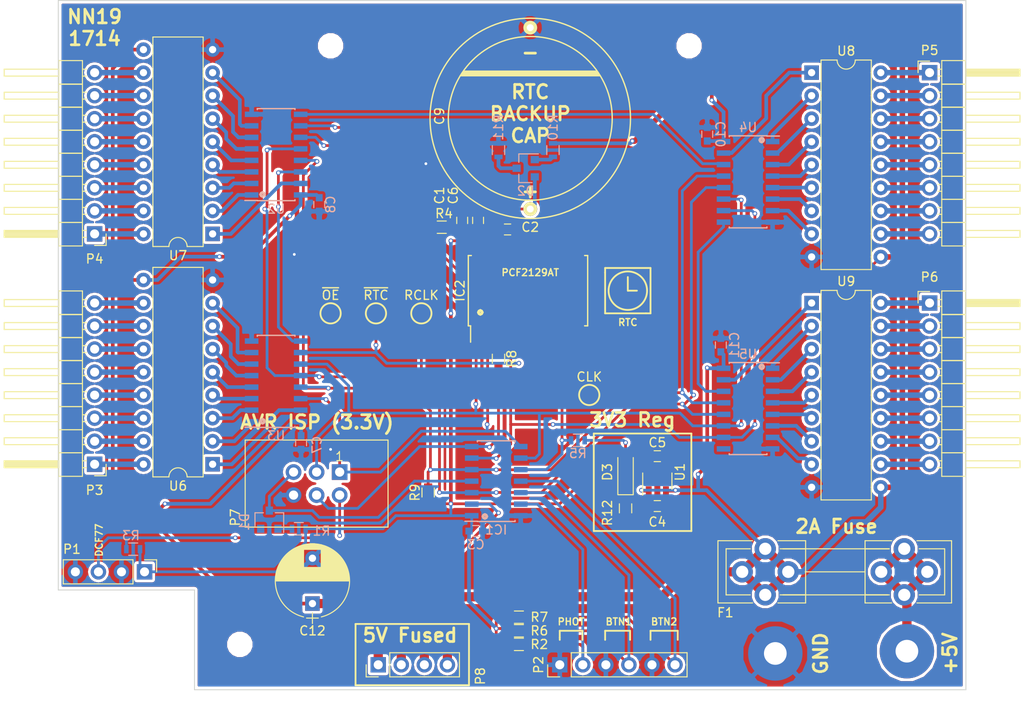
<source format=kicad_pcb>
(kicad_pcb (version 4) (host pcbnew 4.0.2-stable)
  (layers (0 F.Cu signal) (31 B.Cu signal) (34 B.Paste user) (35 F.Paste user) (36 B.SilkS user) (37 F.SilkS user) (38 B.Mask user) (39 F.Mask user) (44 Edge.Cuts user))
  (net 0 "")
  (net 1 +3V3)
  (net 2 GND)
  (net 3 "Net-(C2-Pad1)")
  (net 4 VCC)
  (net 5 +BATT)
  (net 6 "Net-(D1-Pad1)")
  (net 7 "Net-(D1-Pad2)")
  (net 8 /~RESET)
  (net 9 "Net-(D2-Pad3)")
  (net 10 /DCF77)
  (net 11 /RCLK)
  (net 12 /~OE)
  (net 13 /SRG/~RTC)
  (net 14 /DI_MOSI)
  (net 15 /DO_MISO)
  (net 16 /SCK)
  (net 17 /CLK)
  (net 18 /BTN2)
  (net 19 /BTN1)
  (net 20 /PHOT)
  (net 21 "Net-(IC2-Pad3)")
  (net 22 "Net-(IC2-Pad6)")
  (net 23 "Net-(IC2-Pad17)")
  (net 24 "Net-(P3-Pad1)")
  (net 25 "Net-(P3-Pad2)")
  (net 26 "Net-(P3-Pad3)")
  (net 27 "Net-(P3-Pad4)")
  (net 28 "Net-(P3-Pad5)")
  (net 29 "Net-(P3-Pad6)")
  (net 30 "Net-(P3-Pad7)")
  (net 31 "Net-(P3-Pad8)")
  (net 32 "Net-(P4-Pad1)")
  (net 33 "Net-(P4-Pad2)")
  (net 34 "Net-(P4-Pad3)")
  (net 35 "Net-(P4-Pad4)")
  (net 36 "Net-(P4-Pad5)")
  (net 37 "Net-(P4-Pad6)")
  (net 38 "Net-(P4-Pad7)")
  (net 39 "Net-(P4-Pad8)")
  (net 40 "Net-(P5-Pad1)")
  (net 41 "Net-(P5-Pad2)")
  (net 42 "Net-(P5-Pad3)")
  (net 43 "Net-(P5-Pad4)")
  (net 44 "Net-(P5-Pad5)")
  (net 45 "Net-(P5-Pad6)")
  (net 46 "Net-(P5-Pad7)")
  (net 47 "Net-(P5-Pad8)")
  (net 48 "Net-(P6-Pad1)")
  (net 49 "Net-(P6-Pad2)")
  (net 50 "Net-(P6-Pad3)")
  (net 51 "Net-(P6-Pad4)")
  (net 52 "Net-(P6-Pad5)")
  (net 53 "Net-(P6-Pad6)")
  (net 54 "Net-(P6-Pad7)")
  (net 55 "Net-(P6-Pad8)")
  (net 56 /LD2)
  (net 57 /LD3)
  (net 58 /LD4)
  (net 59 /LD5)
  (net 60 /LD6)
  (net 61 /LD7)
  (net 62 /LD8)
  (net 63 "Net-(U2-Pad9)")
  (net 64 "Net-(U2-Pad14)")
  (net 65 /LD1)
  (net 66 /LD10)
  (net 67 /LD11)
  (net 68 /LD12)
  (net 69 /LD13)
  (net 70 /LD14)
  (net 71 /LD15)
  (net 72 /LD16)
  (net 73 /LD9)
  (net 74 /LD23)
  (net 75 /LD22)
  (net 76 /LD21)
  (net 77 /LD20)
  (net 78 /LD19)
  (net 79 /LD18)
  (net 80 /LD17)
  (net 81 "Net-(U4-Pad9)")
  (net 82 /LD24)
  (net 83 /LD31)
  (net 84 /LD30)
  (net 85 /LD29)
  (net 86 /LD28)
  (net 87 /LD27)
  (net 88 /LD26)
  (net 89 /LD25)
  (net 90 "Net-(U5-Pad9)")
  (net 91 /LD32)
  (net 92 "Net-(D2-Pad1)")
  (net 93 "Net-(D3-Pad1)")
  (net 94 +5V)
  (module Capacitors_SMD:C_0603 (layer B.Cu) (at 130.75 101.75 270)
    (fp_text reference C7 (at 0.25 -1.75 270) (layer B.SilkS) (effects (justify mirror)))
    (fp_text value 1u)
    (pad 1 smd rect (at -0.75 0 270) (size 0.8 0.75) (layers B.Cu B.Paste B.Mask) (net 4 VCC))
    (pad 2 smd rect (at 0.75 0 270) (size 0.8 0.75) (layers B.Cu B.Paste B.Mask) (net 2 GND))
  )
  (module Resistors_SMD:R_0603 (layer F.Cu) (at 154.75 121 180)
    (fp_text reference R7 (at -2.25 0 180) (layer F.SilkS))
    (fp_text value 10K)
    (pad 1 smd rect (at -0.75 0 180) (size 0.5 0.9) (layers F.Cu F.Paste F.Mask) (net 18 /BTN2))
    (pad 2 smd rect (at 0.75 0 180) (size 0.5 0.9) (layers F.Cu F.Paste F.Mask) (net 1 +3V3))
  )
  (module Housings_DIP:DIP-18_W7.62mm (layer F.Cu) (at 187 86.36)
    (fp_text reference U9 (at 3.81 -2.39) (layer F.SilkS))
    (fp_text value ULN280*A)
    (pad 1 thru_hole rect (at 0 0) (size 1.6 1.6) (drill 0.8) (layers *.Cu *.Mask) (net 91 /LD32))
    (pad 10 thru_hole oval (at 7.62 20.32) (size 1.6 1.6) (drill 0.8) (layers *.Cu *.Mask) (net 4 VCC))
    (pad 2 thru_hole oval (at 0 2.54) (size 1.6 1.6) (drill 0.8) (layers *.Cu *.Mask) (net 83 /LD31))
    (pad 11 thru_hole oval (at 7.62 17.78) (size 1.6 1.6) (drill 0.8) (layers *.Cu *.Mask) (net 55 "Net-(P6-Pad8)"))
    (pad 3 thru_hole oval (at 0 5.08) (size 1.6 1.6) (drill 0.8) (layers *.Cu *.Mask) (net 84 /LD30))
    (pad 12 thru_hole oval (at 7.62 15.24) (size 1.6 1.6) (drill 0.8) (layers *.Cu *.Mask) (net 54 "Net-(P6-Pad7)"))
    (pad 4 thru_hole oval (at 0 7.62) (size 1.6 1.6) (drill 0.8) (layers *.Cu *.Mask) (net 85 /LD29))
    (pad 13 thru_hole oval (at 7.62 12.7) (size 1.6 1.6) (drill 0.8) (layers *.Cu *.Mask) (net 53 "Net-(P6-Pad6)"))
    (pad 5 thru_hole oval (at 0 10.16) (size 1.6 1.6) (drill 0.8) (layers *.Cu *.Mask) (net 86 /LD28))
    (pad 14 thru_hole oval (at 7.62 10.16) (size 1.6 1.6) (drill 0.8) (layers *.Cu *.Mask) (net 52 "Net-(P6-Pad5)"))
    (pad 6 thru_hole oval (at 0 12.7) (size 1.6 1.6) (drill 0.8) (layers *.Cu *.Mask) (net 87 /LD27))
    (pad 15 thru_hole oval (at 7.62 7.62) (size 1.6 1.6) (drill 0.8) (layers *.Cu *.Mask) (net 51 "Net-(P6-Pad4)"))
    (pad 7 thru_hole oval (at 0 15.24) (size 1.6 1.6) (drill 0.8) (layers *.Cu *.Mask) (net 88 /LD26))
    (pad 16 thru_hole oval (at 7.62 5.08) (size 1.6 1.6) (drill 0.8) (layers *.Cu *.Mask) (net 50 "Net-(P6-Pad3)"))
    (pad 8 thru_hole oval (at 0 17.78) (size 1.6 1.6) (drill 0.8) (layers *.Cu *.Mask) (net 89 /LD25))
    (pad 17 thru_hole oval (at 7.62 2.54) (size 1.6 1.6) (drill 0.8) (layers *.Cu *.Mask) (net 49 "Net-(P6-Pad2)"))
    (pad 9 thru_hole oval (at 0 20.32) (size 1.6 1.6) (drill 0.8) (layers *.Cu *.Mask) (net 2 GND))
    (pad 18 thru_hole oval (at 7.62 0) (size 1.6 1.6) (drill 0.8) (layers *.Cu *.Mask) (net 48 "Net-(P6-Pad1)"))
  )
  (module Capacitors_SMD:C_0603 (layer F.Cu) (at 148.5 77.25 90)
    (fp_text reference C1 (at 2.75 -2.5 90) (layer F.SilkS))
    (fp_text value 100n)
    (pad 1 smd rect (at -0.75 0 90) (size 0.8 0.75) (layers F.Cu F.Paste F.Mask) (net 1 +3V3))
    (pad 2 smd rect (at 0.75 0 90) (size 0.8 0.75) (layers F.Cu F.Paste F.Mask) (net 2 GND))
  )
  (module Capacitors_SMD:C_0603 (layer F.Cu) (at 153.5 78.25)
    (fp_text reference C2 (at 2.5 -0.25) (layer F.SilkS))
    (fp_text value 100n)
    (pad 1 smd rect (at -0.75 0) (size 0.8 0.75) (layers F.Cu F.Paste F.Mask) (net 3 "Net-(C2-Pad1)"))
    (pad 2 smd rect (at 0.75 0) (size 0.8 0.75) (layers F.Cu F.Paste F.Mask) (net 2 GND))
  )
  (module Capacitors_SMD:C_0603 (layer B.Cu) (at 150 111.5)
    (fp_text reference C3 (at 0 1.5) (layer B.SilkS) (effects (justify mirror)))
    (fp_text value 100n)
    (pad 1 smd rect (at -0.75 0) (size 0.8 0.75) (layers B.Cu B.Paste B.Mask) (net 1 +3V3))
    (pad 2 smd rect (at 0.75 0) (size 0.8 0.75) (layers B.Cu B.Paste B.Mask) (net 2 GND))
  )
  (module Capacitors_SMD:C_0603 (layer F.Cu) (at 170 108.75)
    (fp_text reference C4 (at 0 1.75) (layer F.SilkS))
    (fp_text value 1u)
    (pad 1 smd rect (at -0.75 0) (size 0.8 0.75) (layers F.Cu F.Paste F.Mask) (net 4 VCC))
    (pad 2 smd rect (at 0.75 0) (size 0.8 0.75) (layers F.Cu F.Paste F.Mask) (net 2 GND))
  )
  (module Capacitors_SMD:C_0603 (layer F.Cu) (at 170 103.25)
    (fp_text reference C5 (at 0 -1.5) (layer F.SilkS))
    (fp_text value 1u)
    (pad 1 smd rect (at -0.75 0) (size 0.8 0.75) (layers F.Cu F.Paste F.Mask) (net 1 +3V3))
    (pad 2 smd rect (at 0.75 0) (size 0.8 0.75) (layers F.Cu F.Paste F.Mask) (net 2 GND))
  )
  (module Capacitors_SMD:C_0603 (layer F.Cu) (at 150.25 77.25 270)
    (fp_text reference C6 (at -2.75 2.75 270) (layer F.SilkS))
    (fp_text value 100n)
    (pad 1 smd rect (at -0.75 0 270) (size 0.8 0.75) (layers F.Cu F.Paste F.Mask) (net 2 GND))
    (pad 2 smd rect (at 0.75 0 270) (size 0.8 0.75) (layers F.Cu F.Paste F.Mask) (net 5 +BATT))
  )
  (module Capacitors_SMD:C_0603 (layer B.Cu) (at 132.75 75.5 270)
    (fp_text reference C8 (at 0 -1.25 270) (layer B.SilkS) (effects (justify mirror)))
    (fp_text value 1u)
    (pad 1 smd rect (at -0.75 0 270) (size 0.8 0.75) (layers B.Cu B.Paste B.Mask) (net 4 VCC))
    (pad 2 smd rect (at 0.75 0 270) (size 0.8 0.75) (layers B.Cu B.Paste B.Mask) (net 2 GND))
  )
  (module TO_SOT_Packages_SMD:SOT-23 (layer B.Cu) (at 127.25 110.25 90)
    (fp_text reference D1 (at -0.25 -2.75 90) (layer B.SilkS) (effects (justify mirror)))
    (fp_text value D_Schottky_x2_Serial_AKC)
    (pad 1 smd rect (at -1 0.95 90) (size 0.9 0.8) (layers B.Cu B.Paste B.Mask) (net 6 "Net-(D1-Pad1)"))
    (pad 2 smd rect (at -1 -0.95 90) (size 0.9 0.8) (layers B.Cu B.Paste B.Mask) (net 7 "Net-(D1-Pad2)"))
    (pad 3 smd rect (at 1 0 90) (size 0.9 0.8) (layers B.Cu B.Paste B.Mask) (net 8 /~RESET))
  )
  (module TO_SOT_Packages_SMD:SOT-23 (layer B.Cu) (at 155.5 71.5 180)
    (fp_text reference D2 (at 0 -2.5 180) (layer B.SilkS) (effects (justify mirror)))
    (fp_text value D_Schottky_x2_Serial_AKC)
    (pad 1 smd rect (at -1 0.95 180) (size 0.9 0.8) (layers B.Cu B.Paste B.Mask) (net 92 "Net-(D2-Pad1)"))
    (pad 2 smd rect (at -1 -0.95 180) (size 0.9 0.8) (layers B.Cu B.Paste B.Mask) (net 5 +BATT))
    (pad 3 smd rect (at 1 0 180) (size 0.9 0.8) (layers B.Cu B.Paste B.Mask) (net 9 "Net-(D2-Pad3)"))
  )
  (module Housings_SOIC:SOIC-14_3.9x8.7mm_Pitch1.27mm (layer B.Cu) (at 152.25 106)
    (fp_text reference IC1 (at 0 5.375) (layer B.SilkS) (effects (justify mirror)))
    (fp_text value ATTINY84A-SS)
    (pad 1 smd rect (at -2.7 3.81) (size 1.5 0.6) (layers B.Cu B.Paste B.Mask) (net 1 +3V3))
    (pad 2 smd rect (at -2.7 2.54) (size 1.5 0.6) (layers B.Cu B.Paste B.Mask) (net 10 /DCF77))
    (pad 3 smd rect (at -2.7 1.27) (size 1.5 0.6) (layers B.Cu B.Paste B.Mask) (net 11 /RCLK))
    (pad 4 smd rect (at -2.7 0) (size 1.5 0.6) (layers B.Cu B.Paste B.Mask) (net 8 /~RESET))
    (pad 5 smd rect (at -2.7 -1.27) (size 1.5 0.6) (layers B.Cu B.Paste B.Mask) (net 12 /~OE))
    (pad 6 smd rect (at -2.7 -2.54) (size 1.5 0.6) (layers B.Cu B.Paste B.Mask) (net 13 /SRG/~RTC))
    (pad 7 smd rect (at -2.7 -3.81) (size 1.5 0.6) (layers B.Cu B.Paste B.Mask) (net 14 /DI_MOSI))
    (pad 8 smd rect (at 2.7 -3.81) (size 1.5 0.6) (layers B.Cu B.Paste B.Mask) (net 15 /DO_MISO))
    (pad 9 smd rect (at 2.7 -2.54) (size 1.5 0.6) (layers B.Cu B.Paste B.Mask) (net 16 /SCK))
    (pad 10 smd rect (at 2.7 -1.27) (size 1.5 0.6) (layers B.Cu B.Paste B.Mask) (net 17 /CLK))
    (pad 11 smd rect (at 2.7 0) (size 1.5 0.6) (layers B.Cu B.Paste B.Mask) (net 18 /BTN2))
    (pad 12 smd rect (at 2.7 1.27) (size 1.5 0.6) (layers B.Cu B.Paste B.Mask) (net 19 /BTN1))
    (pad 13 smd rect (at 2.7 2.54) (size 1.5 0.6) (layers B.Cu B.Paste B.Mask) (net 20 /PHOT))
    (pad 14 smd rect (at 2.7 3.81) (size 1.5 0.6) (layers B.Cu B.Paste B.Mask) (net 2 GND))
  )
  (module Housings_SOIC:SOIC-20W_7.5x12.8mm_Pitch1.27mm (layer F.Cu) (at 155.75 85 90)
    (fp_text reference IC2 (at 0 -7.5 90) (layer F.SilkS))
    (fp_text value PCF2129AT)
    (pad 1 smd rect (at -4.7 -5.715 90) (size 1.95 0.6) (layers F.Cu F.Paste F.Mask) (net 16 /SCK))
    (pad 2 smd rect (at -4.7 -4.445 90) (size 1.95 0.6) (layers F.Cu F.Paste F.Mask) (net 15 /DO_MISO))
    (pad 3 smd rect (at -4.7 -3.175 90) (size 1.95 0.6) (layers F.Cu F.Paste F.Mask) (net 21 "Net-(IC2-Pad3)"))
    (pad 4 smd rect (at -4.7 -1.905 90) (size 1.95 0.6) (layers F.Cu F.Paste F.Mask) (net 13 /SRG/~RTC))
    (pad 5 smd rect (at -4.7 -0.635 90) (size 1.95 0.6) (layers F.Cu F.Paste F.Mask) (net 2 GND))
    (pad 6 smd rect (at -4.7 0.635 90) (size 1.95 0.6) (layers F.Cu F.Paste F.Mask) (net 22 "Net-(IC2-Pad6)"))
    (pad 7 smd rect (at -4.7 1.905 90) (size 1.95 0.6) (layers F.Cu F.Paste F.Mask) (net 17 /CLK))
    (pad 8 smd rect (at -4.7 3.175 90) (size 1.95 0.6) (layers F.Cu F.Paste F.Mask) (net 2 GND))
    (pad 9 smd rect (at -4.7 4.445 90) (size 1.95 0.6) (layers F.Cu F.Paste F.Mask))
    (pad 10 smd rect (at -4.7 5.715 90) (size 1.95 0.6) (layers F.Cu F.Paste F.Mask))
    (pad 11 smd rect (at 4.7 5.715 90) (size 1.95 0.6) (layers F.Cu F.Paste F.Mask))
    (pad 12 smd rect (at 4.7 4.445 90) (size 1.95 0.6) (layers F.Cu F.Paste F.Mask))
    (pad 13 smd rect (at 4.7 3.175 90) (size 1.95 0.6) (layers F.Cu F.Paste F.Mask))
    (pad 14 smd rect (at 4.7 1.905 90) (size 1.95 0.6) (layers F.Cu F.Paste F.Mask))
    (pad 15 smd rect (at 4.7 0.635 90) (size 1.95 0.6) (layers F.Cu F.Paste F.Mask))
    (pad 16 smd rect (at 4.7 -0.635 90) (size 1.95 0.6) (layers F.Cu F.Paste F.Mask))
    (pad 17 smd rect (at 4.7 -1.905 90) (size 1.95 0.6) (layers F.Cu F.Paste F.Mask) (net 23 "Net-(IC2-Pad17)"))
    (pad 18 smd rect (at 4.7 -3.175 90) (size 1.95 0.6) (layers F.Cu F.Paste F.Mask) (net 3 "Net-(C2-Pad1)"))
    (pad 19 smd rect (at 4.7 -4.445 90) (size 1.95 0.6) (layers F.Cu F.Paste F.Mask) (net 5 +BATT))
    (pad 20 smd rect (at 4.7 -5.715 90) (size 1.95 0.6) (layers F.Cu F.Paste F.Mask) (net 1 +3V3))
  )
  (module Pin_Headers:Pin_Header_Angled_1x08_Pitch2.54mm (layer F.Cu) (at 108 104.14 180)
    (fp_text reference P3 (at 0 -2.86 180) (layer F.SilkS))
    (fp_text value CONN_01X08)
    (pad 1 thru_hole rect (at 0 0 180) (size 1.7 1.7) (drill 1) (layers *.Cu *.Mask) (net 24 "Net-(P3-Pad1)"))
    (pad 2 thru_hole oval (at 0 2.54 180) (size 1.7 1.7) (drill 1) (layers *.Cu *.Mask) (net 25 "Net-(P3-Pad2)"))
    (pad 3 thru_hole oval (at 0 5.08 180) (size 1.7 1.7) (drill 1) (layers *.Cu *.Mask) (net 26 "Net-(P3-Pad3)"))
    (pad 4 thru_hole oval (at 0 7.62 180) (size 1.7 1.7) (drill 1) (layers *.Cu *.Mask) (net 27 "Net-(P3-Pad4)"))
    (pad 5 thru_hole oval (at 0 10.16 180) (size 1.7 1.7) (drill 1) (layers *.Cu *.Mask) (net 28 "Net-(P3-Pad5)"))
    (pad 6 thru_hole oval (at 0 12.7 180) (size 1.7 1.7) (drill 1) (layers *.Cu *.Mask) (net 29 "Net-(P3-Pad6)"))
    (pad 7 thru_hole oval (at 0 15.24 180) (size 1.7 1.7) (drill 1) (layers *.Cu *.Mask) (net 30 "Net-(P3-Pad7)"))
    (pad 8 thru_hole oval (at 0 17.78 180) (size 1.7 1.7) (drill 1) (layers *.Cu *.Mask) (net 31 "Net-(P3-Pad8)"))
  )
  (module Pin_Headers:Pin_Header_Angled_1x08_Pitch2.54mm (layer F.Cu) (at 108 78.74 180)
    (fp_text reference P4 (at 0 -2.76 180) (layer F.SilkS))
    (fp_text value CONN_01X08)
    (pad 1 thru_hole rect (at 0 0 180) (size 1.7 1.7) (drill 1) (layers *.Cu *.Mask) (net 32 "Net-(P4-Pad1)"))
    (pad 2 thru_hole oval (at 0 2.54 180) (size 1.7 1.7) (drill 1) (layers *.Cu *.Mask) (net 33 "Net-(P4-Pad2)"))
    (pad 3 thru_hole oval (at 0 5.08 180) (size 1.7 1.7) (drill 1) (layers *.Cu *.Mask) (net 34 "Net-(P4-Pad3)"))
    (pad 4 thru_hole oval (at 0 7.62 180) (size 1.7 1.7) (drill 1) (layers *.Cu *.Mask) (net 35 "Net-(P4-Pad4)"))
    (pad 5 thru_hole oval (at 0 10.16 180) (size 1.7 1.7) (drill 1) (layers *.Cu *.Mask) (net 36 "Net-(P4-Pad5)"))
    (pad 6 thru_hole oval (at 0 12.7 180) (size 1.7 1.7) (drill 1) (layers *.Cu *.Mask) (net 37 "Net-(P4-Pad6)"))
    (pad 7 thru_hole oval (at 0 15.24 180) (size 1.7 1.7) (drill 1) (layers *.Cu *.Mask) (net 38 "Net-(P4-Pad7)"))
    (pad 8 thru_hole oval (at 0 17.78 180) (size 1.7 1.7) (drill 1) (layers *.Cu *.Mask) (net 39 "Net-(P4-Pad8)"))
  )
  (module Pin_Headers:Pin_Header_Angled_1x08_Pitch2.54mm (layer F.Cu) (at 200 60.96)
    (fp_text reference P5 (at 0 -2.46) (layer F.SilkS))
    (fp_text value CONN_01X08)
    (pad 1 thru_hole rect (at 0 0) (size 1.7 1.7) (drill 1) (layers *.Cu *.Mask) (net 40 "Net-(P5-Pad1)"))
    (pad 2 thru_hole oval (at 0 2.54) (size 1.7 1.7) (drill 1) (layers *.Cu *.Mask) (net 41 "Net-(P5-Pad2)"))
    (pad 3 thru_hole oval (at 0 5.08) (size 1.7 1.7) (drill 1) (layers *.Cu *.Mask) (net 42 "Net-(P5-Pad3)"))
    (pad 4 thru_hole oval (at 0 7.62) (size 1.7 1.7) (drill 1) (layers *.Cu *.Mask) (net 43 "Net-(P5-Pad4)"))
    (pad 5 thru_hole oval (at 0 10.16) (size 1.7 1.7) (drill 1) (layers *.Cu *.Mask) (net 44 "Net-(P5-Pad5)"))
    (pad 6 thru_hole oval (at 0 12.7) (size 1.7 1.7) (drill 1) (layers *.Cu *.Mask) (net 45 "Net-(P5-Pad6)"))
    (pad 7 thru_hole oval (at 0 15.24) (size 1.7 1.7) (drill 1) (layers *.Cu *.Mask) (net 46 "Net-(P5-Pad7)"))
    (pad 8 thru_hole oval (at 0 17.78) (size 1.7 1.7) (drill 1) (layers *.Cu *.Mask) (net 47 "Net-(P5-Pad8)"))
  )
  (module Pin_Headers:Pin_Header_Angled_1x08_Pitch2.54mm (layer F.Cu) (at 200 86.36)
    (fp_text reference P6 (at 0 -2.86) (layer F.SilkS))
    (fp_text value CONN_01X08)
    (pad 1 thru_hole rect (at 0 0) (size 1.7 1.7) (drill 1) (layers *.Cu *.Mask) (net 48 "Net-(P6-Pad1)"))
    (pad 2 thru_hole oval (at 0 2.54) (size 1.7 1.7) (drill 1) (layers *.Cu *.Mask) (net 49 "Net-(P6-Pad2)"))
    (pad 3 thru_hole oval (at 0 5.08) (size 1.7 1.7) (drill 1) (layers *.Cu *.Mask) (net 50 "Net-(P6-Pad3)"))
    (pad 4 thru_hole oval (at 0 7.62) (size 1.7 1.7) (drill 1) (layers *.Cu *.Mask) (net 51 "Net-(P6-Pad4)"))
    (pad 5 thru_hole oval (at 0 10.16) (size 1.7 1.7) (drill 1) (layers *.Cu *.Mask) (net 52 "Net-(P6-Pad5)"))
    (pad 6 thru_hole oval (at 0 12.7) (size 1.7 1.7) (drill 1) (layers *.Cu *.Mask) (net 53 "Net-(P6-Pad6)"))
    (pad 7 thru_hole oval (at 0 15.24) (size 1.7 1.7) (drill 1) (layers *.Cu *.Mask) (net 54 "Net-(P6-Pad7)"))
    (pad 8 thru_hole oval (at 0 17.78) (size 1.7 1.7) (drill 1) (layers *.Cu *.Mask) (net 55 "Net-(P6-Pad8)"))
  )
  (module Resistors_SMD:R_0603 (layer B.Cu) (at 130.5 111.25 180)
    (fp_text reference R1 (at -2.5 -0.25 180) (layer B.SilkS) (effects (justify mirror)))
    (fp_text value 10K)
    (pad 1 smd rect (at -0.75 0 180) (size 0.5 0.9) (layers B.Cu B.Paste B.Mask) (net 1 +3V3))
    (pad 2 smd rect (at 0.75 0 180) (size 0.5 0.9) (layers B.Cu B.Paste B.Mask) (net 6 "Net-(D1-Pad1)"))
  )
  (module Resistors_SMD:R_0603 (layer F.Cu) (at 154.75 124 180)
    (fp_text reference R2 (at -2.25 0 180) (layer F.SilkS))
    (fp_text value 10K)
    (pad 1 smd rect (at -0.75 0 180) (size 0.5 0.9) (layers F.Cu F.Paste F.Mask) (net 20 /PHOT))
    (pad 2 smd rect (at 0.75 0 180) (size 0.5 0.9) (layers F.Cu F.Paste F.Mask) (net 1 +3V3))
  )
  (module Resistors_SMD:R_0603 (layer B.Cu) (at 112.25 113.5)
    (fp_text reference R3 (at -0.25 -1.5) (layer B.SilkS) (effects (justify mirror)))
    (fp_text value 10K)
    (pad 1 smd rect (at -0.75 0) (size 0.5 0.9) (layers B.Cu B.Paste B.Mask) (net 10 /DCF77))
    (pad 2 smd rect (at 0.75 0) (size 0.5 0.9) (layers B.Cu B.Paste B.Mask) (net 1 +3V3))
  )
  (module Resistors_SMD:R_0603 (layer F.Cu) (at 146.25 78)
    (fp_text reference R4 (at 0.25 -1.5) (layer F.SilkS))
    (fp_text value 10K)
    (pad 1 smd rect (at -0.75 0) (size 0.5 0.9) (layers F.Cu F.Paste F.Mask) (net 13 /SRG/~RTC))
    (pad 2 smd rect (at 0.75 0) (size 0.5 0.9) (layers F.Cu F.Paste F.Mask) (net 1 +3V3))
  )
  (module Resistors_SMD:R_0603 (layer B.Cu) (at 161.25 101.5)
    (fp_text reference R5 (at 0 1.45) (layer B.SilkS) (effects (justify mirror)))
    (fp_text value 10K)
    (pad 1 smd rect (at -0.75 0) (size 0.5 0.9) (layers B.Cu B.Paste B.Mask) (net 17 /CLK))
    (pad 2 smd rect (at 0.75 0) (size 0.5 0.9) (layers B.Cu B.Paste B.Mask) (net 1 +3V3))
  )
  (module Resistors_SMD:R_0603 (layer F.Cu) (at 154.75 122.5 180)
    (fp_text reference R6 (at -2.25 0 360) (layer F.SilkS))
    (fp_text value 10K)
    (pad 1 smd rect (at -0.75 0 180) (size 0.5 0.9) (layers F.Cu F.Paste F.Mask) (net 19 /BTN1))
    (pad 2 smd rect (at 0.75 0 180) (size 0.5 0.9) (layers F.Cu F.Paste F.Mask) (net 1 +3V3))
  )
  (module Resistors_SMD:R_0603 (layer F.Cu) (at 152.5 92.5 270)
    (fp_text reference R8 (at 0 -1.45 270) (layer F.SilkS))
    (fp_text value 10K)
    (pad 1 smd rect (at -0.75 0 270) (size 0.5 0.9) (layers F.Cu F.Paste F.Mask) (net 21 "Net-(IC2-Pad3)"))
    (pad 2 smd rect (at 0.75 0 270) (size 0.5 0.9) (layers F.Cu F.Paste F.Mask) (net 14 /DI_MOSI))
  )
  (module Resistors_SMD:R_0603 (layer F.Cu) (at 144.75 107.25 90)
    (fp_text reference R9 (at 0 -1.45 90) (layer F.SilkS))
    (fp_text value 10K)
    (pad 1 smd rect (at -0.75 0 90) (size 0.5 0.9) (layers F.Cu F.Paste F.Mask) (net 1 +3V3))
    (pad 2 smd rect (at 0.75 0 90) (size 0.5 0.9) (layers F.Cu F.Paste F.Mask) (net 12 /~OE))
  )
  (module Resistors_SMD:R_0603 (layer B.Cu) (at 158.5 69.5 270)
    (fp_text reference R10 (at -2.5 0 270) (layer B.SilkS) (effects (justify mirror)))
    (fp_text value 100R)
    (pad 1 smd rect (at -0.75 0 270) (size 0.5 0.9) (layers B.Cu B.Paste B.Mask) (net 4 VCC))
    (pad 2 smd rect (at 0.75 0 270) (size 0.5 0.9) (layers B.Cu B.Paste B.Mask) (net 92 "Net-(D2-Pad1)"))
  )
  (module Resistors_SMD:R_0603 (layer B.Cu) (at 152.5 69.5 90)
    (fp_text reference R11 (at 2.5 0 90) (layer B.SilkS) (effects (justify mirror)))
    (fp_text value 1K)
    (pad 1 smd rect (at -0.75 0 90) (size 0.5 0.9) (layers B.Cu B.Paste B.Mask) (net 9 "Net-(D2-Pad3)"))
    (pad 2 smd rect (at 0.75 0 90) (size 0.5 0.9) (layers B.Cu B.Paste B.Mask) (net 2 GND))
  )
  (module TO_SOT_Packages_SMD:SOT-23-5 (layer F.Cu) (at 170 106 90)
    (fp_text reference U1 (at 1 2.5 90) (layer F.SilkS))
    (fp_text value TLV70233DBV)
    (pad 1 smd rect (at -1.1 -0.95 90) (size 1.06 0.65) (layers F.Cu F.Paste F.Mask) (net 4 VCC))
    (pad 2 smd rect (at -1.1 0 90) (size 1.06 0.65) (layers F.Cu F.Paste F.Mask) (net 2 GND))
    (pad 3 smd rect (at -1.1 0.95 90) (size 1.06 0.65) (layers F.Cu F.Paste F.Mask) (net 4 VCC))
    (pad 4 smd rect (at 1.1 0.95 90) (size 1.06 0.65) (layers F.Cu F.Paste F.Mask))
    (pad 5 smd rect (at 1.1 -0.95 90) (size 1.06 0.65) (layers F.Cu F.Paste F.Mask) (net 1 +3V3))
  )
  (module Housings_SOIC:SOIC-16_3.9x9.9mm_Pitch1.27mm (layer B.Cu) (at 128 70)
    (fp_text reference U2 (at 0 6) (layer B.SilkS) (effects (justify mirror)))
    (fp_text value 74HC595)
    (pad 1 smd rect (at -2.7 4.445) (size 1.5 0.6) (layers B.Cu B.Paste B.Mask) (net 56 /LD2))
    (pad 2 smd rect (at -2.7 3.175) (size 1.5 0.6) (layers B.Cu B.Paste B.Mask) (net 57 /LD3))
    (pad 3 smd rect (at -2.7 1.905) (size 1.5 0.6) (layers B.Cu B.Paste B.Mask) (net 58 /LD4))
    (pad 4 smd rect (at -2.7 0.635) (size 1.5 0.6) (layers B.Cu B.Paste B.Mask) (net 59 /LD5))
    (pad 5 smd rect (at -2.7 -0.635) (size 1.5 0.6) (layers B.Cu B.Paste B.Mask) (net 60 /LD6))
    (pad 6 smd rect (at -2.7 -1.905) (size 1.5 0.6) (layers B.Cu B.Paste B.Mask) (net 61 /LD7))
    (pad 7 smd rect (at -2.7 -3.175) (size 1.5 0.6) (layers B.Cu B.Paste B.Mask) (net 62 /LD8))
    (pad 8 smd rect (at -2.7 -4.445) (size 1.5 0.6) (layers B.Cu B.Paste B.Mask) (net 2 GND))
    (pad 9 smd rect (at 2.7 -4.445) (size 1.5 0.6) (layers B.Cu B.Paste B.Mask) (net 63 "Net-(U2-Pad9)"))
    (pad 10 smd rect (at 2.7 -3.175) (size 1.5 0.6) (layers B.Cu B.Paste B.Mask) (net 13 /SRG/~RTC))
    (pad 11 smd rect (at 2.7 -1.905) (size 1.5 0.6) (layers B.Cu B.Paste B.Mask) (net 16 /SCK))
    (pad 12 smd rect (at 2.7 -0.635) (size 1.5 0.6) (layers B.Cu B.Paste B.Mask) (net 11 /RCLK))
    (pad 13 smd rect (at 2.7 0.635) (size 1.5 0.6) (layers B.Cu B.Paste B.Mask) (net 12 /~OE))
    (pad 14 smd rect (at 2.7 1.905) (size 1.5 0.6) (layers B.Cu B.Paste B.Mask) (net 64 "Net-(U2-Pad14)"))
    (pad 15 smd rect (at 2.7 3.175) (size 1.5 0.6) (layers B.Cu B.Paste B.Mask) (net 65 /LD1))
    (pad 16 smd rect (at 2.7 4.445) (size 1.5 0.6) (layers B.Cu B.Paste B.Mask) (net 4 VCC))
  )
  (module Housings_SOIC:SOIC-16_3.9x9.9mm_Pitch1.27mm (layer B.Cu) (at 128 95)
    (fp_text reference U3 (at 0 6) (layer B.SilkS) (effects (justify mirror)))
    (fp_text value 74HC595)
    (pad 1 smd rect (at -2.7 4.445) (size 1.5 0.6) (layers B.Cu B.Paste B.Mask) (net 66 /LD10))
    (pad 2 smd rect (at -2.7 3.175) (size 1.5 0.6) (layers B.Cu B.Paste B.Mask) (net 67 /LD11))
    (pad 3 smd rect (at -2.7 1.905) (size 1.5 0.6) (layers B.Cu B.Paste B.Mask) (net 68 /LD12))
    (pad 4 smd rect (at -2.7 0.635) (size 1.5 0.6) (layers B.Cu B.Paste B.Mask) (net 69 /LD13))
    (pad 5 smd rect (at -2.7 -0.635) (size 1.5 0.6) (layers B.Cu B.Paste B.Mask) (net 70 /LD14))
    (pad 6 smd rect (at -2.7 -1.905) (size 1.5 0.6) (layers B.Cu B.Paste B.Mask) (net 71 /LD15))
    (pad 7 smd rect (at -2.7 -3.175) (size 1.5 0.6) (layers B.Cu B.Paste B.Mask) (net 72 /LD16))
    (pad 8 smd rect (at -2.7 -4.445) (size 1.5 0.6) (layers B.Cu B.Paste B.Mask) (net 2 GND))
    (pad 9 smd rect (at 2.7 -4.445) (size 1.5 0.6) (layers B.Cu B.Paste B.Mask) (net 64 "Net-(U2-Pad14)"))
    (pad 10 smd rect (at 2.7 -3.175) (size 1.5 0.6) (layers B.Cu B.Paste B.Mask) (net 13 /SRG/~RTC))
    (pad 11 smd rect (at 2.7 -1.905) (size 1.5 0.6) (layers B.Cu B.Paste B.Mask) (net 16 /SCK))
    (pad 12 smd rect (at 2.7 -0.635) (size 1.5 0.6) (layers B.Cu B.Paste B.Mask) (net 11 /RCLK))
    (pad 13 smd rect (at 2.7 0.635) (size 1.5 0.6) (layers B.Cu B.Paste B.Mask) (net 12 /~OE))
    (pad 14 smd rect (at 2.7 1.905) (size 1.5 0.6) (layers B.Cu B.Paste B.Mask) (net 15 /DO_MISO))
    (pad 15 smd rect (at 2.7 3.175) (size 1.5 0.6) (layers B.Cu B.Paste B.Mask) (net 73 /LD9))
    (pad 16 smd rect (at 2.7 4.445) (size 1.5 0.6) (layers B.Cu B.Paste B.Mask) (net 4 VCC))
  )
  (module Housings_SOIC:SOIC-16_3.9x9.9mm_Pitch1.27mm (layer B.Cu) (at 180 73 180)
    (fp_text reference U4 (at 0 6 180) (layer B.SilkS) (effects (justify mirror)))
    (fp_text value 74HC595)
    (pad 1 smd rect (at -2.7 4.445 180) (size 1.5 0.6) (layers B.Cu B.Paste B.Mask) (net 74 /LD23))
    (pad 2 smd rect (at -2.7 3.175 180) (size 1.5 0.6) (layers B.Cu B.Paste B.Mask) (net 75 /LD22))
    (pad 3 smd rect (at -2.7 1.905 180) (size 1.5 0.6) (layers B.Cu B.Paste B.Mask) (net 76 /LD21))
    (pad 4 smd rect (at -2.7 0.635 180) (size 1.5 0.6) (layers B.Cu B.Paste B.Mask) (net 77 /LD20))
    (pad 5 smd rect (at -2.7 -0.635 180) (size 1.5 0.6) (layers B.Cu B.Paste B.Mask) (net 78 /LD19))
    (pad 6 smd rect (at -2.7 -1.905 180) (size 1.5 0.6) (layers B.Cu B.Paste B.Mask) (net 79 /LD18))
    (pad 7 smd rect (at -2.7 -3.175 180) (size 1.5 0.6) (layers B.Cu B.Paste B.Mask) (net 80 /LD17))
    (pad 8 smd rect (at -2.7 -4.445 180) (size 1.5 0.6) (layers B.Cu B.Paste B.Mask) (net 2 GND))
    (pad 9 smd rect (at 2.7 -4.445 180) (size 1.5 0.6) (layers B.Cu B.Paste B.Mask) (net 81 "Net-(U4-Pad9)"))
    (pad 10 smd rect (at 2.7 -3.175 180) (size 1.5 0.6) (layers B.Cu B.Paste B.Mask) (net 13 /SRG/~RTC))
    (pad 11 smd rect (at 2.7 -1.905 180) (size 1.5 0.6) (layers B.Cu B.Paste B.Mask) (net 16 /SCK))
    (pad 12 smd rect (at 2.7 -0.635 180) (size 1.5 0.6) (layers B.Cu B.Paste B.Mask) (net 11 /RCLK))
    (pad 13 smd rect (at 2.7 0.635 180) (size 1.5 0.6) (layers B.Cu B.Paste B.Mask) (net 12 /~OE))
    (pad 14 smd rect (at 2.7 1.905 180) (size 1.5 0.6) (layers B.Cu B.Paste B.Mask) (net 63 "Net-(U2-Pad9)"))
    (pad 15 smd rect (at 2.7 3.175 180) (size 1.5 0.6) (layers B.Cu B.Paste B.Mask) (net 82 /LD24))
    (pad 16 smd rect (at 2.7 4.445 180) (size 1.5 0.6) (layers B.Cu B.Paste B.Mask) (net 4 VCC))
  )
  (module Housings_SOIC:SOIC-16_3.9x9.9mm_Pitch1.27mm (layer B.Cu) (at 180 98 180)
    (fp_text reference U5 (at 0 6 180) (layer B.SilkS) (effects (justify mirror)))
    (fp_text value 74HC595)
    (pad 1 smd rect (at -2.7 4.445 180) (size 1.5 0.6) (layers B.Cu B.Paste B.Mask) (net 83 /LD31))
    (pad 2 smd rect (at -2.7 3.175 180) (size 1.5 0.6) (layers B.Cu B.Paste B.Mask) (net 84 /LD30))
    (pad 3 smd rect (at -2.7 1.905 180) (size 1.5 0.6) (layers B.Cu B.Paste B.Mask) (net 85 /LD29))
    (pad 4 smd rect (at -2.7 0.635 180) (size 1.5 0.6) (layers B.Cu B.Paste B.Mask) (net 86 /LD28))
    (pad 5 smd rect (at -2.7 -0.635 180) (size 1.5 0.6) (layers B.Cu B.Paste B.Mask) (net 87 /LD27))
    (pad 6 smd rect (at -2.7 -1.905 180) (size 1.5 0.6) (layers B.Cu B.Paste B.Mask) (net 88 /LD26))
    (pad 7 smd rect (at -2.7 -3.175 180) (size 1.5 0.6) (layers B.Cu B.Paste B.Mask) (net 89 /LD25))
    (pad 8 smd rect (at -2.7 -4.445 180) (size 1.5 0.6) (layers B.Cu B.Paste B.Mask) (net 2 GND))
    (pad 9 smd rect (at 2.7 -4.445 180) (size 1.5 0.6) (layers B.Cu B.Paste B.Mask) (net 90 "Net-(U5-Pad9)"))
    (pad 10 smd rect (at 2.7 -3.175 180) (size 1.5 0.6) (layers B.Cu B.Paste B.Mask) (net 13 /SRG/~RTC))
    (pad 11 smd rect (at 2.7 -1.905 180) (size 1.5 0.6) (layers B.Cu B.Paste B.Mask) (net 16 /SCK))
    (pad 12 smd rect (at 2.7 -0.635 180) (size 1.5 0.6) (layers B.Cu B.Paste B.Mask) (net 11 /RCLK))
    (pad 13 smd rect (at 2.7 0.635 180) (size 1.5 0.6) (layers B.Cu B.Paste B.Mask) (net 12 /~OE))
    (pad 14 smd rect (at 2.7 1.905 180) (size 1.5 0.6) (layers B.Cu B.Paste B.Mask) (net 81 "Net-(U4-Pad9)"))
    (pad 15 smd rect (at 2.7 3.175 180) (size 1.5 0.6) (layers B.Cu B.Paste B.Mask) (net 91 /LD32))
    (pad 16 smd rect (at 2.7 4.445 180) (size 1.5 0.6) (layers B.Cu B.Paste B.Mask) (net 4 VCC))
  )
  (module Housings_DIP:DIP-18_W7.62mm (layer F.Cu) (at 121 104.14 180)
    (fp_text reference U6 (at 3.81 -2.39 180) (layer F.SilkS))
    (fp_text value ULN280*A)
    (pad 1 thru_hole rect (at 0 0 180) (size 1.6 1.6) (drill 0.8) (layers *.Cu *.Mask) (net 73 /LD9))
    (pad 10 thru_hole oval (at 7.62 20.32 180) (size 1.6 1.6) (drill 0.8) (layers *.Cu *.Mask) (net 4 VCC))
    (pad 2 thru_hole oval (at 0 2.54 180) (size 1.6 1.6) (drill 0.8) (layers *.Cu *.Mask) (net 66 /LD10))
    (pad 11 thru_hole oval (at 7.62 17.78 180) (size 1.6 1.6) (drill 0.8) (layers *.Cu *.Mask) (net 31 "Net-(P3-Pad8)"))
    (pad 3 thru_hole oval (at 0 5.08 180) (size 1.6 1.6) (drill 0.8) (layers *.Cu *.Mask) (net 67 /LD11))
    (pad 12 thru_hole oval (at 7.62 15.24 180) (size 1.6 1.6) (drill 0.8) (layers *.Cu *.Mask) (net 30 "Net-(P3-Pad7)"))
    (pad 4 thru_hole oval (at 0 7.62 180) (size 1.6 1.6) (drill 0.8) (layers *.Cu *.Mask) (net 68 /LD12))
    (pad 13 thru_hole oval (at 7.62 12.7 180) (size 1.6 1.6) (drill 0.8) (layers *.Cu *.Mask) (net 29 "Net-(P3-Pad6)"))
    (pad 5 thru_hole oval (at 0 10.16 180) (size 1.6 1.6) (drill 0.8) (layers *.Cu *.Mask) (net 69 /LD13))
    (pad 14 thru_hole oval (at 7.62 10.16 180) (size 1.6 1.6) (drill 0.8) (layers *.Cu *.Mask) (net 28 "Net-(P3-Pad5)"))
    (pad 6 thru_hole oval (at 0 12.7 180) (size 1.6 1.6) (drill 0.8) (layers *.Cu *.Mask) (net 70 /LD14))
    (pad 15 thru_hole oval (at 7.62 7.62 180) (size 1.6 1.6) (drill 0.8) (layers *.Cu *.Mask) (net 27 "Net-(P3-Pad4)"))
    (pad 7 thru_hole oval (at 0 15.24 180) (size 1.6 1.6) (drill 0.8) (layers *.Cu *.Mask) (net 71 /LD15))
    (pad 16 thru_hole oval (at 7.62 5.08 180) (size 1.6 1.6) (drill 0.8) (layers *.Cu *.Mask) (net 26 "Net-(P3-Pad3)"))
    (pad 8 thru_hole oval (at 0 17.78 180) (size 1.6 1.6) (drill 0.8) (layers *.Cu *.Mask) (net 72 /LD16))
    (pad 17 thru_hole oval (at 7.62 2.54 180) (size 1.6 1.6) (drill 0.8) (layers *.Cu *.Mask) (net 25 "Net-(P3-Pad2)"))
    (pad 9 thru_hole oval (at 0 20.32 180) (size 1.6 1.6) (drill 0.8) (layers *.Cu *.Mask) (net 2 GND))
    (pad 18 thru_hole oval (at 7.62 0 180) (size 1.6 1.6) (drill 0.8) (layers *.Cu *.Mask) (net 24 "Net-(P3-Pad1)"))
  )
  (module Housings_DIP:DIP-18_W7.62mm (layer F.Cu) (at 121 78.74 180)
    (fp_text reference U7 (at 3.81 -2.39 180) (layer F.SilkS))
    (fp_text value ULN280*A)
    (pad 1 thru_hole rect (at 0 0 180) (size 1.6 1.6) (drill 0.8) (layers *.Cu *.Mask) (net 65 /LD1))
    (pad 10 thru_hole oval (at 7.62 20.32 180) (size 1.6 1.6) (drill 0.8) (layers *.Cu *.Mask) (net 4 VCC))
    (pad 2 thru_hole oval (at 0 2.54 180) (size 1.6 1.6) (drill 0.8) (layers *.Cu *.Mask) (net 56 /LD2))
    (pad 11 thru_hole oval (at 7.62 17.78 180) (size 1.6 1.6) (drill 0.8) (layers *.Cu *.Mask) (net 39 "Net-(P4-Pad8)"))
    (pad 3 thru_hole oval (at 0 5.08 180) (size 1.6 1.6) (drill 0.8) (layers *.Cu *.Mask) (net 57 /LD3))
    (pad 12 thru_hole oval (at 7.62 15.24 180) (size 1.6 1.6) (drill 0.8) (layers *.Cu *.Mask) (net 38 "Net-(P4-Pad7)"))
    (pad 4 thru_hole oval (at 0 7.62 180) (size 1.6 1.6) (drill 0.8) (layers *.Cu *.Mask) (net 58 /LD4))
    (pad 13 thru_hole oval (at 7.62 12.7 180) (size 1.6 1.6) (drill 0.8) (layers *.Cu *.Mask) (net 37 "Net-(P4-Pad6)"))
    (pad 5 thru_hole oval (at 0 10.16 180) (size 1.6 1.6) (drill 0.8) (layers *.Cu *.Mask) (net 59 /LD5))
    (pad 14 thru_hole oval (at 7.62 10.16 180) (size 1.6 1.6) (drill 0.8) (layers *.Cu *.Mask) (net 36 "Net-(P4-Pad5)"))
    (pad 6 thru_hole oval (at 0 12.7 180) (size 1.6 1.6) (drill 0.8) (layers *.Cu *.Mask) (net 60 /LD6))
    (pad 15 thru_hole oval (at 7.62 7.62 180) (size 1.6 1.6) (drill 0.8) (layers *.Cu *.Mask) (net 35 "Net-(P4-Pad4)"))
    (pad 7 thru_hole oval (at 0 15.24 180) (size 1.6 1.6) (drill 0.8) (layers *.Cu *.Mask) (net 61 /LD7))
    (pad 16 thru_hole oval (at 7.62 5.08 180) (size 1.6 1.6) (drill 0.8) (layers *.Cu *.Mask) (net 34 "Net-(P4-Pad3)"))
    (pad 8 thru_hole oval (at 0 17.78 180) (size 1.6 1.6) (drill 0.8) (layers *.Cu *.Mask) (net 62 /LD8))
    (pad 17 thru_hole oval (at 7.62 2.54 180) (size 1.6 1.6) (drill 0.8) (layers *.Cu *.Mask) (net 33 "Net-(P4-Pad2)"))
    (pad 9 thru_hole oval (at 0 20.32 180) (size 1.6 1.6) (drill 0.8) (layers *.Cu *.Mask) (net 2 GND))
    (pad 18 thru_hole oval (at 7.62 0 180) (size 1.6 1.6) (drill 0.8) (layers *.Cu *.Mask) (net 32 "Net-(P4-Pad1)"))
  )
  (module Housings_DIP:DIP-18_W7.62mm (layer F.Cu) (at 187 60.96)
    (fp_text reference U8 (at 3.81 -2.39) (layer F.SilkS))
    (fp_text value ULN280*A)
    (pad 1 thru_hole rect (at 0 0) (size 1.6 1.6) (drill 0.8) (layers *.Cu *.Mask) (net 82 /LD24))
    (pad 10 thru_hole oval (at 7.62 20.32) (size 1.6 1.6) (drill 0.8) (layers *.Cu *.Mask) (net 4 VCC))
    (pad 2 thru_hole oval (at 0 2.54) (size 1.6 1.6) (drill 0.8) (layers *.Cu *.Mask) (net 74 /LD23))
    (pad 11 thru_hole oval (at 7.62 17.78) (size 1.6 1.6) (drill 0.8) (layers *.Cu *.Mask) (net 47 "Net-(P5-Pad8)"))
    (pad 3 thru_hole oval (at 0 5.08) (size 1.6 1.6) (drill 0.8) (layers *.Cu *.Mask) (net 75 /LD22))
    (pad 12 thru_hole oval (at 7.62 15.24) (size 1.6 1.6) (drill 0.8) (layers *.Cu *.Mask) (net 46 "Net-(P5-Pad7)"))
    (pad 4 thru_hole oval (at 0 7.62) (size 1.6 1.6) (drill 0.8) (layers *.Cu *.Mask) (net 76 /LD21))
    (pad 13 thru_hole oval (at 7.62 12.7) (size 1.6 1.6) (drill 0.8) (layers *.Cu *.Mask) (net 45 "Net-(P5-Pad6)"))
    (pad 5 thru_hole oval (at 0 10.16) (size 1.6 1.6) (drill 0.8) (layers *.Cu *.Mask) (net 77 /LD20))
    (pad 14 thru_hole oval (at 7.62 10.16) (size 1.6 1.6) (drill 0.8) (layers *.Cu *.Mask) (net 44 "Net-(P5-Pad5)"))
    (pad 6 thru_hole oval (at 0 12.7) (size 1.6 1.6) (drill 0.8) (layers *.Cu *.Mask) (net 78 /LD19))
    (pad 15 thru_hole oval (at 7.62 7.62) (size 1.6 1.6) (drill 0.8) (layers *.Cu *.Mask) (net 43 "Net-(P5-Pad4)"))
    (pad 7 thru_hole oval (at 0 15.24) (size 1.6 1.6) (drill 0.8) (layers *.Cu *.Mask) (net 79 /LD18))
    (pad 16 thru_hole oval (at 7.62 5.08) (size 1.6 1.6) (drill 0.8) (layers *.Cu *.Mask) (net 42 "Net-(P5-Pad3)"))
    (pad 8 thru_hole oval (at 0 17.78) (size 1.6 1.6) (drill 0.8) (layers *.Cu *.Mask) (net 80 /LD17))
    (pad 17 thru_hole oval (at 7.62 2.54) (size 1.6 1.6) (drill 0.8) (layers *.Cu *.Mask) (net 41 "Net-(P5-Pad2)"))
    (pad 9 thru_hole oval (at 0 20.32) (size 1.6 1.6) (drill 0.8) (layers *.Cu *.Mask) (net 2 GND))
    (pad 18 thru_hole oval (at 7.62 0) (size 1.6 1.6) (drill 0.8) (layers *.Cu *.Mask) (net 40 "Net-(P5-Pad1)"))
  )
  (module Pin_Headers:Pin_Header_Straight_1x04_Pitch2.54mm (layer F.Cu) (at 113.5 116 270)
    (fp_text reference P1 (at -2.5 8 360) (layer F.SilkS))
    (fp_text value CONN_01X04)
    (pad 1 thru_hole rect (at 0 0 270) (size 1.7 1.7) (drill 1) (layers *.Cu *.Mask) (net 1 +3V3))
    (pad 2 thru_hole oval (at 0 2.54 270) (size 1.7 1.7) (drill 1) (layers *.Cu *.Mask) (net 2 GND))
    (pad 3 thru_hole oval (at 0 5.08 270) (size 1.7 1.7) (drill 1) (layers *.Cu *.Mask) (net 10 /DCF77))
    (pad 4 thru_hole oval (at 0 7.62 270) (size 1.7 1.7) (drill 1) (layers *.Cu *.Mask) (net 2 GND))
  )
  (module Pin_Headers:Pin_Header_Straight_1x06_Pitch2.54mm (layer F.Cu) (at 159.25 126.25 90)
    (fp_text reference P2 (at 0 -2.33 90) (layer F.SilkS))
    (fp_text value CONN_01X06)
    (pad 1 thru_hole rect (at 0 0 90) (size 1.7 1.7) (drill 1) (layers *.Cu *.Mask) (net 2 GND))
    (pad 2 thru_hole oval (at 0 2.54 90) (size 1.7 1.7) (drill 1) (layers *.Cu *.Mask) (net 20 /PHOT))
    (pad 3 thru_hole oval (at 0 5.08 90) (size 1.7 1.7) (drill 1) (layers *.Cu *.Mask) (net 2 GND))
    (pad 4 thru_hole oval (at 0 7.62 90) (size 1.7 1.7) (drill 1) (layers *.Cu *.Mask) (net 19 /BTN1))
    (pad 5 thru_hole oval (at 0 10.16 90) (size 1.7 1.7) (drill 1) (layers *.Cu *.Mask) (net 2 GND))
    (pad 6 thru_hole oval (at 0 12.7 90) (size 1.7 1.7) (drill 1) (layers *.Cu *.Mask) (net 18 /BTN2))
  )
  (module Connect:IDC_Header_Straight_6pins (layer F.Cu) (at 135 105 180)
    (fp_text reference P7 (at 11.5 -5 270) (layer F.SilkS))
    (fp_text value CONN_02X03)
    (fp_text user 1 (at 0.02 1.72 180) (layer F.SilkS) (effects (font (thickness 0.12))))
    (pad 1 thru_hole rect (at 0 0 180) (size 1.7272 1.7272) (drill 1.016) (layers *.Cu *.Mask) (net 15 /DO_MISO))
    (pad 2 thru_hole oval (at 0 -2.54 180) (size 1.7272 1.7272) (drill 1.016) (layers *.Cu *.Mask) (net 1 +3V3))
    (pad 3 thru_hole oval (at 2.54 0 180) (size 1.7272 1.7272) (drill 1.016) (layers *.Cu *.Mask) (net 16 /SCK))
    (pad 4 thru_hole oval (at 2.54 -2.54 180) (size 1.7272 1.7272) (drill 1.016) (layers *.Cu *.Mask) (net 14 /DI_MOSI))
    (pad 5 thru_hole oval (at 5.08 0 180) (size 1.7272 1.7272) (drill 1.016) (layers *.Cu *.Mask) (net 8 /~RESET))
    (pad 6 thru_hole oval (at 5.08 -2.54 180) (size 1.7272 1.7272) (drill 1.016) (layers *.Cu *.Mask) (net 2 GND))
  )
  (module LEDs:LED_1206 (layer F.Cu) (at 166.5 105 90)
    (fp_text reference D3 (at 0 -2 90) (layer F.SilkS))
    (fp_text value LED)
    (pad 2 smd rect (at 1.65 0 270) (size 1.5 1.5) (layers F.Cu F.Paste F.Mask) (net 1 +3V3))
    (pad 1 smd rect (at -1.65 0 270) (size 1.5 1.5) (layers F.Cu F.Paste F.Mask) (net 93 "Net-(D3-Pad1)"))
  )
  (module Resistors_SMD:R_0603 (layer F.Cu) (at 166.5 109 90)
    (fp_text reference R12 (at -0.5 -2 90) (layer F.SilkS))
    (fp_text value 1K)
    (pad 1 smd rect (at -0.75 0 90) (size 0.5 0.9) (layers F.Cu F.Paste F.Mask) (net 2 GND))
    (pad 2 smd rect (at 0.75 0 90) (size 0.5 0.9) (layers F.Cu F.Paste F.Mask) (net 93 "Net-(D3-Pad1)"))
  )
  (module Fuse_Holders_and_Fuses:Fuseholder5x20_horiz_open_universal_Type-III (layer F.Cu) (at 199.75 116 180)
    (fp_text reference F1 (at 22.25 -4.5 180) (layer F.SilkS))
    (fp_text value FUSE)
    (pad 2 thru_hole circle (at 15.32 0 180) (size 2.35 2.35) (drill 1.35) (layers *.Cu *.Mask) (net 4 VCC))
    (pad 2 thru_hole circle (at 20.4 0 180) (size 2.35 2.35) (drill 1.35) (layers *.Cu *.Mask) (net 4 VCC))
    (pad 1 thru_hole circle (at 5.08 0 180) (size 2.35 2.35) (drill 1.35) (layers *.Cu *.Mask) (net 94 +5V))
    (pad 1 thru_hole circle (at 0 0 180) (size 2.35 2.35) (drill 1.35) (layers *.Cu *.Mask) (net 94 +5V))
    (pad 2 thru_hole circle (at 17.86 -2.54 180) (size 2.35 2.35) (drill 1.35) (layers *.Cu *.Mask) (net 4 VCC))
    (pad 2 thru_hole circle (at 17.86 2.54 180) (size 2.35 2.35) (drill 1.35) (layers *.Cu *.Mask) (net 4 VCC))
    (pad 1 thru_hole circle (at 2.54 -2.54 180) (size 2.35 2.35) (drill 1.35) (layers *.Cu *.Mask) (net 94 +5V))
    (pad 1 thru_hole circle (at 2.54 2.54 180) (size 2.35 2.35) (drill 1.35) (layers *.Cu *.Mask) (net 94 +5V))
  )
  (module Capacitors_SMD:C_0603 (layer B.Cu) (at 175.5 67.75 90)
    (fp_text reference C10 (at 0 1.5 90) (layer B.SilkS) (effects (justify mirror)))
    (fp_text value 1u)
    (pad 1 smd rect (at -0.75 0 90) (size 0.8 0.75) (layers B.Cu B.Paste B.Mask) (net 4 VCC))
    (pad 2 smd rect (at 0.75 0 90) (size 0.8 0.75) (layers B.Cu B.Paste B.Mask) (net 2 GND))
  )
  (module Capacitors_SMD:C_0603 (layer B.Cu) (at 177 91 90)
    (fp_text reference C11 (at 0 1.5 90) (layer B.SilkS) (effects (justify mirror)))
    (fp_text value 1u)
    (pad 1 smd rect (at -0.75 0 90) (size 0.8 0.75) (layers B.Cu B.Paste B.Mask) (net 4 VCC))
    (pad 2 smd rect (at 0.75 0 90) (size 0.8 0.75) (layers B.Cu B.Paste B.Mask) (net 2 GND))
  )
  (module Capacitors_ThroughHole:CP_Radial_D8.0mm_P5.00mm (layer F.Cu) (at 132 119.5 90)
    (fp_text reference C12 (at -3 0 180) (layer F.SilkS))
    (fp_text value 100u)
    (pad 1 thru_hole rect (at 0 0 90) (size 1.6 1.6) (drill 0.8) (layers *.Cu *.Mask) (net 4 VCC))
    (pad 2 thru_hole circle (at 5 0 90) (size 1.6 1.6) (drill 0.8) (layers *.Cu *.Mask) (net 2 GND))
  )
  (module Pin_Headers:Pin_Header_Straight_1x04_Pitch2.54mm (layer F.Cu) (at 139.25 126.25 90)
    (fp_text reference P8 (at -1.25 11.25 270) (layer F.SilkS))
    (fp_text value CONN_01X04)
    (pad 1 thru_hole rect (at 0 0 90) (size 1.7 1.7) (drill 1) (layers *.Cu *.Mask) (net 4 VCC))
    (pad 2 thru_hole oval (at 0 2.54 90) (size 1.7 1.7) (drill 1) (layers *.Cu *.Mask) (net 4 VCC))
    (pad 3 thru_hole oval (at 0 5.08 90) (size 1.7 1.7) (drill 1) (layers *.Cu *.Mask) (net 4 VCC))
    (pad 4 thru_hole oval (at 0 7.62 90) (size 1.7 1.7) (drill 1) (layers *.Cu *.Mask) (net 4 VCC))
  )
  (module Wire_Pads:SolderWirePad_single_2-5mmDrill (layer F.Cu) (at 197.5 124.75)
    (fp_text reference W1 hide)
    (fp_text value TEST_1P)
    (pad 1 thru_hole circle (at 0 0) (size 5.99948 5.99948) (drill 2.49936) (layers *.Cu *.Mask) (net 94 +5V))
  )
  (module Wire_Pads:SolderWirePad_single_2-5mmDrill (layer F.Cu) (at 183 125)
    (fp_text reference W2 hide)
    (fp_text value TEST_1P)
    (pad 1 thru_hole circle (at 0 0) (size 5.99948 5.99948) (drill 2.49936) (layers *.Cu *.Mask) (net 2 GND))
  )
  (module Mounting_Holes:MountingHole_2.2mm_M2_DIN965 (layer F.Cu) (at 134 58)
    (fp_text reference REF** hide)
    (fp_text value MountingHole_2.2mm_M2_DIN965)
    (pad 1 np_thru_hole circle (at 0 0) (size 2.2 2.2) (drill 2.2) (layers *.Cu *.Mask))
  )
  (module Mounting_Holes:MountingHole_2.2mm_M2_DIN965 (layer F.Cu) (at 173.5 58)
    (fp_text reference REF** hide)
    (fp_text value MountingHole_2.2mm_M2_DIN965)
    (pad 1 np_thru_hole circle (at 0 0) (size 2.2 2.2) (drill 2.2) (layers *.Cu *.Mask))
  )
  (module Mounting_Holes:MountingHole_2.2mm_M2_DIN965 (layer F.Cu) (at 124 124)
    (fp_text reference REF** hide)
    (fp_text value MountingHole_2.2mm_M2_DIN965)
    (pad 1 np_thru_hole circle (at 0 0) (size 2.2 2.2) (drill 2.2) (layers *.Cu *.Mask))
  )
  (module MyLib:Panasonic-SuperCap-20mm (layer F.Cu) (at 156 66 180)
    (fp_text reference C9 (at 10 0.25 270) (layer F.SilkS))
    (fp_text value CP)
    (fp_text user - (at 0 7.3 180) (layer F.SilkS) (effects (font (size 1.5 1.5) (thickness 0.3))))
    (fp_text user + (at 0 -8 180) (layer F.SilkS) (effects (font (size 1.5 1.5) (thickness 0.3))))
    (pad 1 thru_hole circle (at 0 -10 180) (size 1.524 1.524) (drill 0.762) (layers *.Cu *.Mask F.SilkS) (net 5 +BATT))
    (pad 2 thru_hole circle (at 0 10 180) (size 1.524 1.524) (drill 0.762) (layers *.Cu *.Mask F.SilkS) (net 2 GND))
  )
  (module Measurement_Points:Measurement_Point_Round-SMD-Pad_Small (layer F.Cu) (at 139 87.5)
    (fp_text reference W3 hide)
    (fp_text value ~RTC (at 0 -2) (layer F.SilkS))
    (pad 1 smd circle (at 0 0) (size 1.5 1.5) (layers F.Cu F.Mask) (net 13 /SRG/~RTC))
  )
  (module Measurement_Points:Measurement_Point_Round-SMD-Pad_Small (layer F.Cu) (at 144 87.5)
    (fp_text reference W4 hide)
    (fp_text value RCLK (at 0 -2) (layer F.SilkS))
    (pad 1 smd circle (at 0 0) (size 1.5 1.5) (layers F.Cu F.Mask) (net 11 /RCLK))
  )
  (module Measurement_Points:Measurement_Point_Round-SMD-Pad_Small (layer F.Cu) (at 134 87.5)
    (fp_text reference W5 hide)
    (fp_text value ~OE (at 0 -2) (layer F.SilkS))
    (pad 1 smd circle (at 0 0) (size 1.5 1.5) (layers F.Cu F.Mask) (net 12 /~OE))
  )
  (module Measurement_Points:Measurement_Point_Round-SMD-Pad_Small (layer F.Cu) (at 162.5 96.5)
    (fp_text reference W6 hide)
    (fp_text value CLK (at 0 -2) (layer F.SilkS))
    (pad 1 smd circle (at 0 0) (size 1.5 1.5) (layers F.Cu F.Mask) (net 17 /CLK))
  )
  (gr_text "NN19\n1714" (at 108 56) (layer F.SilkS) (effects (font (size 1.5 1.5) (thickness 0.3))))
  (gr_text ° (at 126.5 100) (layer B.SilkS) (effects (font (size 1.5 1.5) (thickness 0.3)) (justify mirror)))
  (gr_text ° (at 126.5 75) (layer B.SilkS) (effects (font (size 1.5 1.5) (thickness 0.3)) (justify mirror)))
  (gr_text ° (at 181.5 69) (layer B.SilkS) (effects (font (size 1.5 1.5) (thickness 0.3)) (justify mirror)))
  (gr_text ° (at 181.5 94) (layer B.SilkS) (effects (font (size 1.5 1.5) (thickness 0.3)) (justify mirror)))
  (gr_text ° (at 151 110.5) (layer B.SilkS) (effects (font (size 1.5 1.5) (thickness 0.3)) (justify mirror)))
  (gr_text ° (at 150.5 88) (layer F.SilkS) (effects (font (size 1.5 1.5) (thickness 0.3))))
  (gr_circle (center 134 87.5) (end 135 87) (layer F.SilkS) (width 0.2))
  (gr_circle (center 139 87.5) (end 140 87) (layer F.SilkS) (width 0.2))
  (gr_circle (center 144 87.5) (end 144.5 86.5) (layer F.SilkS) (width 0.2))
  (gr_circle (center 162.5 96.5) (end 163.5 96) (layer F.SilkS) (width 0.2))
  (gr_text DCF77 (at 108.5 112.5 90) (layer F.SilkS) (effects (font (size 0.762 0.762) (thickness 0.1524))))
  (gr_text PCF2129AT (at 156 83) (layer F.SilkS) (effects (font (size 0.762 0.762) (thickness 0.1524))))
  (gr_text RTC (at 166.75 88.5) (layer F.SilkS) (effects (font (size 0.762 0.762) (thickness 0.1524))))
  (gr_line (start 166.75 85) (end 167.75 85) (angle 90) (layer F.SilkS) (width 0.2))
  (gr_line (start 166.75 85) (end 166.75 83.5) (angle 90) (layer F.SilkS) (width 0.2))
  (gr_circle (center 166.75 85) (end 165.25 83.5) (layer F.SilkS) (width 0.2))
  (gr_line (start 164.25 82.5) (end 164.25 83) (angle 90) (layer F.SilkS) (width 0.2))
  (gr_line (start 169.25 82.5) (end 164.25 82.5) (angle 90) (layer F.SilkS) (width 0.2))
  (gr_line (start 169.25 87.5) (end 169.25 82.5) (angle 90) (layer F.SilkS) (width 0.2))
  (gr_line (start 168.75 87.5) (end 169.25 87.5) (angle 90) (layer F.SilkS) (width 0.2))
  (gr_line (start 164.25 87.5) (end 168.75 87.5) (angle 90) (layer F.SilkS) (width 0.2))
  (gr_line (start 164.25 83) (end 164.25 87.5) (angle 90) (layer F.SilkS) (width 0.2))
  (gr_text "2A Fuse" (at 189.75 111) (layer F.SilkS) (effects (font (size 1.5 1.5) (thickness 0.3))))
  (gr_text "RTC\nBACKUP\nCAP" (at 156 65.5) (layer F.SilkS) (effects (font (size 1.5 1.5) (thickness 0.3))))
  (gr_text "AVR ISP (3.3V)" (at 132.5 99.5) (layer F.SilkS) (effects (font (size 1.5 1.5) (thickness 0.3))))
  (gr_text "3V3 Reg" (at 167.25 99.25) (layer F.SilkS) (effects (font (size 1.5 1.5) (thickness 0.3))))
  (gr_line (start 173.75 100.75) (end 163 100.75) (angle 90) (layer F.SilkS) (width 0.2))
  (gr_line (start 173.75 111.5) (end 173.75 100.75) (angle 90) (layer F.SilkS) (width 0.2))
  (gr_line (start 163 111.5) (end 173.75 111.5) (angle 90) (layer F.SilkS) (width 0.2))
  (gr_line (start 163 100.75) (end 163 111.5) (angle 90) (layer F.SilkS) (width 0.2))
  (gr_text BTN2 (at 170.75 121.5) (layer F.SilkS) (effects (font (size 0.762 0.762) (thickness 0.1524))))
  (gr_text BTN1 (at 165.75 121.5) (layer F.SilkS) (effects (font (size 0.762 0.762) (thickness 0.1524))))
  (gr_text PHOT (at 160.5 121.5) (layer F.SilkS) (effects (font (size 0.762 0.762) (thickness 0.1524))))
  (gr_line (start 172.25 122.5) (end 172.25 123.5) (angle 90) (layer F.SilkS) (width 0.2))
  (gr_line (start 169.25 122.5) (end 172.25 122.5) (angle 90) (layer F.SilkS) (width 0.2))
  (gr_line (start 169.25 123.5) (end 169.25 122.5) (angle 90) (layer F.SilkS) (width 0.2))
  (gr_line (start 167 122.5) (end 167 123.5) (angle 90) (layer F.SilkS) (width 0.2))
  (gr_line (start 164.25 122.5) (end 167 122.5) (angle 90) (layer F.SilkS) (width 0.2))
  (gr_line (start 164.25 123.5) (end 164.25 122.5) (angle 90) (layer F.SilkS) (width 0.2))
  (gr_line (start 159.25 123.25) (end 159.25 123.5) (angle 90) (layer F.SilkS) (width 0.2))
  (gr_line (start 161.75 122.5) (end 161.75 123.5) (angle 90) (layer F.SilkS) (width 0.2))
  (gr_line (start 159.25 122.5) (end 161.75 122.5) (angle 90) (layer F.SilkS) (width 0.2))
  (gr_line (start 159.25 123.25) (end 159.25 122.5) (angle 90) (layer F.SilkS) (width 0.2))
  (gr_text GND (at 188 125 90) (layer F.SilkS) (effects (font (size 1.5 1.5) (thickness 0.3))))
  (gr_text +5V (at 202.25 125 90) (layer F.SilkS) (effects (font (size 1.5 1.5) (thickness 0.3))))
  (gr_text "5V Fused" (at 142.75 123) (layer F.SilkS) (effects (font (size 1.5 1.5) (thickness 0.3))))
  (gr_line (start 149.25 128.5) (end 136.75 128.5) (angle 90) (layer F.SilkS) (width 0.2))
  (gr_line (start 149.25 121.75) (end 149.25 128.5) (angle 90) (layer F.SilkS) (width 0.2))
  (gr_line (start 136.75 121.75) (end 149.25 121.75) (angle 90) (layer F.SilkS) (width 0.2))
  (gr_line (start 136.75 128.5) (end 136.75 121.75) (angle 90) (layer F.SilkS) (width 0.2))
  (gr_line (start 119 129) (end 204 129) (angle 90) (layer Edge.Cuts) (width 0.1))
  (gr_line (start 104 118) (end 104 63) (angle 90) (layer Edge.Cuts) (width 0.1))
  (gr_line (start 119 118) (end 104 118) (angle 90) (layer Edge.Cuts) (width 0.1))
  (gr_line (start 119 129) (end 119 118) (angle 90) (layer Edge.Cuts) (width 0.1))
  (gr_line (start 204 129) (end 204 119) (angle 90) (layer Edge.Cuts) (width 0.1))
  (gr_line (start 104 53) (end 104 63) (angle 90) (layer Edge.Cuts) (width 0.1))
  (gr_line (start 204 53) (end 104 53) (angle 90) (layer Edge.Cuts) (width 0.1))
  (gr_line (start 204 63) (end 204 53) (angle 90) (layer Edge.Cuts) (width 0.1))
  (gr_line (start 204 119) (end 204 63) (angle 90) (layer Edge.Cuts) (width 0.1))
  (segment (start 152.25 122.25) (end 152.25 121.5) (width 0.3048) (layer F.Cu) (net 1))
  (segment (start 152.75 121) (end 154 121) (width 0.3048) (layer F.Cu) (net 1))
  (segment (start 152.25 121.5) (end 152.75 121) (width 0.3048) (layer F.Cu) (net 1))
  (segment (start 154 124) (end 153 124) (width 0.3048) (layer F.Cu) (net 1))
  (segment (start 152.25 123.25) (end 152.25 122.25) (width 0.3048) (layer F.Cu) (net 1))
  (segment (start 153 124) (end 152.25 123.25) (width 0.3048) (layer F.Cu) (net 1))
  (segment (start 152.75 122.25) (end 153.75 122.25) (width 0.3048) (layer F.Cu) (net 1))
  (segment (start 153.75 122.25) (end 154 122.5) (width 0.3048) (layer F.Cu) (net 1))
  (segment (start 152.25 122.25) (end 152.75 122.25) (width 0.3048) (layer F.Cu) (net 1))
  (segment (start 149.25 119.25) (end 152.25 122.25) (width 0.4064) (layer B.Cu) (net 1))
  (via (at 152.25 122.25) (size 0.508) (drill 0.3048) (layers F.Cu B.Cu) (net 1))
  (segment (start 149.25 111.5) (end 149.25 117.5) (width 0.4064) (layer B.Cu) (net 1))
  (segment (start 149.25 117.5) (end 149.25 119.25) (width 0.4064) (layer B.Cu) (net 1))
  (segment (start 148.5 79.5) (end 147.25 79.5) (width 0.3048) (layer F.Cu) (net 1))
  (via (at 147.25 87.5) (size 0.508) (drill 0.3048) (layers F.Cu B.Cu) (net 1))
  (segment (start 147.25 87.5) (end 147.25 79.5) (width 0.4064) (layer B.Cu) (net 1))
  (via (at 147.25 79.5) (size 0.508) (drill 0.3048) (layers F.Cu B.Cu) (net 1))
  (segment (start 147.25 87.5) (end 147.25 108.5) (width 0.4064) (layer F.Cu) (net 1))
  (segment (start 162 101.5) (end 166.25 101.5) (width 0.3048) (layer B.Cu) (net 1))
  (segment (start 166.5 101.75) (end 166.5 103.35) (width 0.3048) (layer F.Cu) (net 1))
  (via (at 166.5 101.75) (size 0.508) (drill 0.3048) (layers F.Cu B.Cu) (net 1))
  (segment (start 166.25 101.5) (end 166.5 101.75) (width 0.3048) (layer B.Cu) (net 1))
  (segment (start 113 113.5) (end 113 115.5) (width 0.3048) (layer B.Cu) (net 1))
  (segment (start 113 115.5) (end 113.5 116) (width 0.3048) (layer B.Cu) (net 1))
  (segment (start 148.5 78) (end 148.5 79.5) (width 0.3048) (layer F.Cu) (net 1))
  (segment (start 148.5 79.5) (end 148.5 80) (width 0.3048) (layer F.Cu) (net 1))
  (segment (start 148.5 80) (end 148.8 80.3) (width 0.3048) (layer F.Cu) (net 1))
  (segment (start 148.8 80.3) (end 150.035 80.3) (width 0.3048) (layer F.Cu) (net 1))
  (segment (start 147 78) (end 148.5 78) (width 0.3048) (layer F.Cu) (net 1))
  (segment (start 113.5 116) (end 128 116) (width 0.3048) (layer B.Cu) (net 1))
  (segment (start 131.25 112.75) (end 131.25 111.25) (width 0.3048) (layer B.Cu) (net 1))
  (segment (start 128 116) (end 131.25 112.75) (width 0.3048) (layer B.Cu) (net 1))
  (segment (start 147.25 108.5) (end 145.25 108.5) (width 0.3048) (layer F.Cu) (net 1))
  (segment (start 145.25 108.5) (end 144.75 108) (width 0.3048) (layer F.Cu) (net 1))
  (segment (start 135 107.54) (end 135 112) (width 0.3048) (layer F.Cu) (net 1))
  (segment (start 135 112) (end 135 111.25) (width 0.3048) (layer B.Cu) (net 1))
  (via (at 135 112) (size 0.508) (drill 0.3048) (layers F.Cu B.Cu) (net 1))
  (segment (start 166.5 103.35) (end 164.4 103.35) (width 0.3048) (layer F.Cu) (net 1))
  (segment (start 164.4 103.35) (end 159.25 108.5) (width 0.3048) (layer F.Cu) (net 1))
  (segment (start 159.25 108.5) (end 147.25 108.5) (width 0.3048) (layer F.Cu) (net 1))
  (segment (start 147.25 108.5) (end 147.25 109.81) (width 0.3048) (layer B.Cu) (net 1))
  (via (at 147.25 108.5) (size 0.508) (drill 0.3048) (layers F.Cu B.Cu) (net 1))
  (segment (start 147.25 109.81) (end 147.25 109.75) (width 0.3048) (layer B.Cu) (net 1))
  (segment (start 147.25 109.75) (end 147.25 109.81) (width 0.3048) (layer B.Cu) (net 1))
  (segment (start 149.55 109.81) (end 149.55 111.2) (width 0.3048) (layer B.Cu) (net 1))
  (segment (start 149.55 111.2) (end 149.25 111.5) (width 0.3048) (layer B.Cu) (net 1))
  (segment (start 131.25 111.25) (end 135 111.25) (width 0.3048) (layer B.Cu) (net 1))
  (segment (start 135 111.25) (end 139.75 111.25) (width 0.3048) (layer B.Cu) (net 1))
  (segment (start 139.75 111.25) (end 141.19 109.81) (width 0.3048) (layer B.Cu) (net 1))
  (segment (start 141.19 109.81) (end 147.25 109.81) (width 0.3048) (layer B.Cu) (net 1))
  (segment (start 147.25 109.81) (end 149.55 109.81) (width 0.3048) (layer B.Cu) (net 1))
  (segment (start 131.25 111.25) (end 131.29 111.25) (width 0.3048) (layer B.Cu) (net 1))
  (segment (start 169.05 104.9) (end 169.05 103.45) (width 0.3048) (layer F.Cu) (net 1))
  (segment (start 169.05 103.45) (end 169.25 103.25) (width 0.3048) (layer F.Cu) (net 1))
  (segment (start 169.25 103.25) (end 166.6 103.25) (width 0.3048) (layer F.Cu) (net 1))
  (segment (start 166.6 103.25) (end 166.5 103.35) (width 0.3048) (layer F.Cu) (net 1))
  (segment (start 121 83.82) (end 127.18 83.82) (width 0.6096) (layer F.Cu) (net 2))
  (segment (start 132.75 78.25) (end 132.75 76.25) (width 0.6096) (layer B.Cu) (net 2))
  (segment (start 130 81) (end 132.75 78.25) (width 0.6096) (layer B.Cu) (net 2))
  (via (at 130 81) (size 0.508) (drill 0.3048) (layers F.Cu B.Cu) (net 2))
  (segment (start 127.18 83.82) (end 130 81) (width 0.6096) (layer F.Cu) (net 2))
  (segment (start 132 115.75) (end 132 114.5) (width 1.016) (layer F.Cu) (net 2))
  (segment (start 129.5 115.75) (end 132 115.75) (width 1.016) (layer F.Cu) (net 2))
  (segment (start 184.25 109.25) (end 177.25 109.25) (width 1.016) (layer F.Cu) (net 2))
  (segment (start 177.25 109.25) (end 173.25 113.25) (width 1.016) (layer F.Cu) (net 2))
  (segment (start 173.25 113.25) (end 160 113.25) (width 1.016) (layer F.Cu) (net 2))
  (segment (start 160 113.25) (end 157.5 115.75) (width 1.016) (layer F.Cu) (net 2))
  (segment (start 157.5 115.75) (end 132 115.75) (width 1.016) (layer F.Cu) (net 2))
  (segment (start 117.25 110.5) (end 117.25 84) (width 1.016) (layer F.Cu) (net 2))
  (segment (start 129.5 115.75) (end 128.25 115.75) (width 1.016) (layer F.Cu) (net 2))
  (segment (start 128.25 115.75) (end 122.5 115.75) (width 1.016) (layer F.Cu) (net 2))
  (segment (start 117.25 110.5) (end 122.5 115.75) (width 1.016) (layer F.Cu) (net 2))
  (segment (start 183 125) (end 186.25 125) (width 1.016) (layer F.Cu) (net 2))
  (segment (start 190 121.25) (end 190 115) (width 1.016) (layer F.Cu) (net 2))
  (segment (start 190 115) (end 184.25 109.25) (width 1.016) (layer F.Cu) (net 2))
  (segment (start 186.25 125) (end 190 121.25) (width 1.016) (layer F.Cu) (net 2))
  (segment (start 129.92 107.54) (end 128.04 107.54) (width 0.3048) (layer F.Cu) (net 2))
  (via (at 134 102.5) (size 0.508) (drill 0.3048) (layers F.Cu B.Cu) (net 2))
  (segment (start 128.5 102.5) (end 134 102.5) (width 0.3048) (layer F.Cu) (net 2))
  (segment (start 127 104) (end 128.5 102.5) (width 0.3048) (layer F.Cu) (net 2))
  (segment (start 127 106.5) (end 127 104) (width 0.3048) (layer F.Cu) (net 2))
  (segment (start 128.04 107.54) (end 127 106.5) (width 0.3048) (layer F.Cu) (net 2))
  (segment (start 148.5 76.5) (end 148.5 75) (width 0.3048) (layer F.Cu) (net 2))
  (segment (start 146.75 68.75) (end 152.5 68.75) (width 0.3048) (layer B.Cu) (net 2))
  (segment (start 144.5 71) (end 146.75 68.75) (width 0.3048) (layer B.Cu) (net 2))
  (via (at 144.5 71) (size 0.508) (drill 0.3048) (layers F.Cu B.Cu) (net 2))
  (segment (start 148.5 75) (end 144.5 71) (width 0.3048) (layer F.Cu) (net 2))
  (segment (start 150.25 76.5) (end 148.5 76.5) (width 0.3048) (layer F.Cu) (net 2))
  (segment (start 187 106.68) (end 184.43 106.68) (width 0.4064) (layer B.Cu) (net 2))
  (segment (start 182.7 104.95) (end 182.7 102.445) (width 0.4064) (layer B.Cu) (net 2))
  (segment (start 184.43 106.68) (end 182.7 104.95) (width 0.4064) (layer B.Cu) (net 2))
  (segment (start 121 83.82) (end 123.32 83.82) (width 0.4064) (layer B.Cu) (net 2))
  (segment (start 125.3 85.8) (end 125.3 90.555) (width 0.4064) (layer B.Cu) (net 2))
  (segment (start 123.32 83.82) (end 125.3 85.8) (width 0.4064) (layer B.Cu) (net 2))
  (segment (start 121 58.42) (end 124.67 58.42) (width 0.4064) (layer B.Cu) (net 2))
  (segment (start 125.3 59.05) (end 125.3 65.555) (width 0.4064) (layer B.Cu) (net 2))
  (segment (start 124.67 58.42) (end 125.3 59.05) (width 0.4064) (layer B.Cu) (net 2))
  (segment (start 120.92 58.5) (end 121 58.42) (width 0.4064) (layer B.Cu) (net 2))
  (segment (start 187.07 106.75) (end 187 106.68) (width 0.4064) (layer B.Cu) (net 2))
  (segment (start 117.25 84) (end 120.82 84) (width 1.016) (layer F.Cu) (net 2))
  (segment (start 120.82 84) (end 121 83.82) (width 1.016) (layer F.Cu) (net 2))
  (segment (start 117.25 62.17) (end 121 58.42) (width 1.016) (layer F.Cu) (net 2))
  (segment (start 117.25 84) (end 117.25 62.17) (width 1.016) (layer F.Cu) (net 2))
  (segment (start 187 106.68) (end 184.25 106.68) (width 1.016) (layer F.Cu) (net 2))
  (segment (start 184.25 106.68) (end 184.25 106.75) (width 1.016) (layer F.Cu) (net 2))
  (segment (start 184.25 86) (end 184.25 84.03) (width 1.016) (layer F.Cu) (net 2))
  (segment (start 184.25 109.25) (end 184.25 106.75) (width 1.016) (layer F.Cu) (net 2))
  (segment (start 184.25 106.75) (end 184.25 86) (width 1.016) (layer F.Cu) (net 2))
  (segment (start 184.25 84.03) (end 187 81.28) (width 1.016) (layer F.Cu) (net 2))
  (segment (start 182.7 77.445) (end 182.7 78.45) (width 0.3048) (layer B.Cu) (net 2))
  (segment (start 182.7 78.45) (end 185.53 81.28) (width 0.3048) (layer B.Cu) (net 2))
  (segment (start 185.53 81.28) (end 187 81.28) (width 0.3048) (layer B.Cu) (net 2))
  (segment (start 187.03 81.25) (end 187 81.28) (width 0.3048) (layer B.Cu) (net 2))
  (segment (start 170.75 108.75) (end 170.75 109.25) (width 0.3048) (layer F.Cu) (net 2))
  (segment (start 170.25 109.75) (end 166.5 109.75) (width 0.3048) (layer F.Cu) (net 2))
  (segment (start 170.75 109.25) (end 170.25 109.75) (width 0.3048) (layer F.Cu) (net 2))
  (segment (start 170 107.1) (end 170 108) (width 0.3048) (layer F.Cu) (net 2))
  (segment (start 170 108) (end 170.75 108.75) (width 0.3048) (layer F.Cu) (net 2))
  (segment (start 170.95 108.55) (end 170.75 108.75) (width 0.3048) (layer F.Cu) (net 2))
  (segment (start 170.75 103.25) (end 170 104) (width 0.3048) (layer F.Cu) (net 2))
  (segment (start 170 104) (end 170 107.1) (width 0.3048) (layer F.Cu) (net 2))
  (segment (start 152.575 80.3) (end 152.575 78.425) (width 0.3048) (layer F.Cu) (net 3))
  (segment (start 152.575 78.425) (end 152.75 78.25) (width 0.3048) (layer F.Cu) (net 3))
  (segment (start 132 119.5) (end 136 119.5) (width 1.016) (layer F.Cu) (net 4))
  (segment (start 136 119.5) (end 139.25 122.75) (width 1.016) (layer F.Cu) (net 4))
  (segment (start 132 119.5) (end 123.5 119.5) (width 0.4064) (layer F.Cu) (net 4))
  (segment (start 115 111) (end 114 110) (width 0.4064) (layer F.Cu) (net 4))
  (segment (start 115 111) (end 119.5 115.5) (width 0.4064) (layer F.Cu) (net 4))
  (segment (start 123.5 119.5) (end 119.5 115.5) (width 0.4064) (layer F.Cu) (net 4))
  (segment (start 114 110) (end 114.25 110) (width 0.4064) (layer F.Cu) (net 4))
  (segment (start 129.805 99.445) (end 120.75 108.5) (width 0.4064) (layer B.Cu) (net 4))
  (segment (start 120.75 108.5) (end 115.75 108.5) (width 0.4064) (layer B.Cu) (net 4))
  (via (at 115.75 108.5) (size 0.508) (drill 0.3048) (layers F.Cu B.Cu) (net 4))
  (segment (start 129.805 99.445) (end 130.7 99.445) (width 0.4064) (layer B.Cu) (net 4))
  (segment (start 114.25 110) (end 115.75 108.5) (width 0.4064) (layer F.Cu) (net 4))
  (segment (start 130.75 101) (end 130.75 99.495) (width 0.4064) (layer B.Cu) (net 4))
  (segment (start 130.75 99.495) (end 130.7 99.445) (width 0.4064) (layer B.Cu) (net 4))
  (segment (start 110 84) (end 110 106) (width 0.4064) (layer F.Cu) (net 4))
  (segment (start 110 106) (end 114 110) (width 0.4064) (layer F.Cu) (net 4))
  (segment (start 113.38 83.82) (end 110 83.82) (width 0.4064) (layer F.Cu) (net 4))
  (segment (start 110 83.82) (end 110 84) (width 0.4064) (layer F.Cu) (net 4))
  (segment (start 113.38 58.42) (end 112.08 58.42) (width 0.4064) (layer F.Cu) (net 4))
  (segment (start 112.08 58.42) (end 110 60.5) (width 0.4064) (layer F.Cu) (net 4))
  (segment (start 110 60.5) (end 110 84) (width 0.4064) (layer F.Cu) (net 4))
  (segment (start 121.75 81.25) (end 125 81.25) (width 0.4064) (layer F.Cu) (net 4))
  (segment (start 130.7 75.55) (end 129.5 76.75) (width 0.4064) (layer B.Cu) (net 4))
  (via (at 129.5 76.75) (size 0.508) (drill 0.3048) (layers F.Cu B.Cu) (net 4))
  (segment (start 130.7 75.55) (end 130.7 74.445) (width 0.4064) (layer B.Cu) (net 4))
  (segment (start 125 81.25) (end 129.5 76.75) (width 0.4064) (layer F.Cu) (net 4))
  (segment (start 167.25 68.5) (end 167.5 68.5) (width 0.6096) (layer F.Cu) (net 4))
  (segment (start 169.5 66.5) (end 174 62) (width 0.6096) (layer F.Cu) (net 4))
  (segment (start 176 62) (end 174 62) (width 0.6096) (layer F.Cu) (net 4))
  (via (at 167.25 68.5) (size 0.508) (drill 0.3048) (layers F.Cu B.Cu) (net 4))
  (segment (start 167.25 68.5) (end 167 68.75) (width 0.4064) (layer B.Cu) (net 4))
  (segment (start 167 68.75) (end 158.5 68.75) (width 0.4064) (layer B.Cu) (net 4))
  (segment (start 167.5 68.5) (end 169.5 66.5) (width 0.6096) (layer F.Cu) (net 4))
  (segment (start 181.89 118.54) (end 184.43 116) (width 1.016) (layer F.Cu) (net 4))
  (segment (start 179.35 116) (end 181.89 118.54) (width 1.016) (layer F.Cu) (net 4))
  (segment (start 181.89 113.46) (end 179.35 116) (width 1.016) (layer F.Cu) (net 4))
  (segment (start 184.43 116) (end 181.89 113.46) (width 1.016) (layer F.Cu) (net 4))
  (segment (start 146.87 126.25) (end 146.87 122.5) (width 1.016) (layer F.Cu) (net 4))
  (segment (start 146.87 122.5) (end 147.25 122.5) (width 1.016) (layer F.Cu) (net 4))
  (segment (start 144.33 126.25) (end 144.33 122.5) (width 1.016) (layer F.Cu) (net 4))
  (segment (start 144.5 123) (end 144.5 122.5) (width 1.016) (layer F.Cu) (net 4))
  (segment (start 144.5 122.67) (end 144.5 123) (width 1.016) (layer F.Cu) (net 4))
  (segment (start 144.33 122.5) (end 144.5 122.67) (width 1.016) (layer F.Cu) (net 4))
  (segment (start 141.79 126.25) (end 141.79 122.71) (width 1.016) (layer F.Cu) (net 4))
  (segment (start 141.79 122.71) (end 142 122.5) (width 1.016) (layer F.Cu) (net 4))
  (segment (start 139.25 126.25) (end 139.25 122.75) (width 1.016) (layer F.Cu) (net 4))
  (segment (start 139.25 122.75) (end 139.25 122.5) (width 1.016) (layer F.Cu) (net 4))
  (segment (start 142 122.5) (end 139 122.5) (width 1.016) (layer F.Cu) (net 4))
  (segment (start 139.25 122.5) (end 139 122.5) (width 1.016) (layer F.Cu) (net 4))
  (segment (start 139 126) (end 139.25 126.25) (width 1.016) (layer F.Cu) (net 4))
  (segment (start 147.25 122.5) (end 144.5 122.5) (width 1.016) (layer F.Cu) (net 4))
  (segment (start 144.5 122.5) (end 142 122.5) (width 1.016) (layer F.Cu) (net 4))
  (segment (start 147.25 122.5) (end 147 122.5) (width 1.016) (layer F.Cu) (net 4))
  (segment (start 147 122.5) (end 147.25 122.5) (width 1.016) (layer F.Cu) (net 4))
  (segment (start 147.25 122.5) (end 147.25 118.75) (width 1.016) (layer F.Cu) (net 4))
  (segment (start 173.25 116) (end 170.5 118.75) (width 1.016) (layer F.Cu) (net 4))
  (segment (start 170.5 118.75) (end 147.25 118.75) (width 1.016) (layer F.Cu) (net 4))
  (segment (start 173.25 116) (end 179.35 116) (width 1.016) (layer F.Cu) (net 4))
  (segment (start 177.3 68.555) (end 177.3 65.3) (width 0.4064) (layer B.Cu) (net 4))
  (segment (start 176 64) (end 176 62) (width 0.4064) (layer F.Cu) (net 4))
  (via (at 176 64) (size 0.508) (drill 0.3048) (layers F.Cu B.Cu) (net 4))
  (segment (start 177.3 65.3) (end 176 64) (width 0.4064) (layer B.Cu) (net 4))
  (segment (start 176 62) (end 177 62) (width 0.6096) (layer F.Cu) (net 4))
  (segment (start 177 62) (end 183 56) (width 0.6096) (layer F.Cu) (net 4))
  (segment (start 183 56) (end 194.5 56) (width 0.6096) (layer F.Cu) (net 4))
  (segment (start 197 58.5) (end 197 81.25) (width 0.6096) (layer F.Cu) (net 4))
  (segment (start 197 58.5) (end 194.5 56) (width 0.6096) (layer F.Cu) (net 4))
  (segment (start 177.3 93.555) (end 177.3 92.05) (width 0.4064) (layer B.Cu) (net 4))
  (segment (start 177.3 92.05) (end 177 91.75) (width 0.4064) (layer B.Cu) (net 4))
  (segment (start 175.5 68.5) (end 177.245 68.5) (width 0.4064) (layer B.Cu) (net 4))
  (segment (start 177.245 68.5) (end 177.3 68.555) (width 0.4064) (layer B.Cu) (net 4))
  (segment (start 130.7 74.445) (end 132.445 74.445) (width 0.4064) (layer B.Cu) (net 4))
  (segment (start 132.445 74.445) (end 132.75 74.75) (width 0.4064) (layer B.Cu) (net 4))
  (segment (start 130.7 100.95) (end 130.75 101) (width 0.4064) (layer B.Cu) (net 4))
  (segment (start 113.38 83.82) (end 114.93 83.82) (width 0.4064) (layer B.Cu) (net 4))
  (segment (start 116.5 82.25) (end 117.5 81.25) (width 0.4064) (layer B.Cu) (net 4))
  (segment (start 122.25 81.25) (end 121.75 81.25) (width 0.4064) (layer F.Cu) (net 4))
  (via (at 121.75 81.25) (size 0.508) (drill 0.3048) (layers F.Cu B.Cu) (net 4))
  (segment (start 117.5 81.25) (end 121.75 81.25) (width 0.4064) (layer B.Cu) (net 4))
  (segment (start 114.93 83.82) (end 116.5 82.25) (width 0.4064) (layer B.Cu) (net 4))
  (segment (start 174.5 107) (end 174.5 105.25) (width 0.4064) (layer B.Cu) (net 4))
  (segment (start 175.555 93.555) (end 177.3 93.555) (width 0.4064) (layer B.Cu) (net 4))
  (segment (start 175.5 93.5) (end 175.555 93.555) (width 0.4064) (layer B.Cu) (net 4))
  (via (at 175.5 93.5) (size 0.508) (drill 0.3048) (layers F.Cu B.Cu) (net 4))
  (segment (start 175.5 104.25) (end 175.5 93.5) (width 0.4064) (layer F.Cu) (net 4))
  (segment (start 174.5 105.25) (end 175.5 104.25) (width 0.4064) (layer F.Cu) (net 4))
  (via (at 174.5 105.25) (size 0.508) (drill 0.3048) (layers F.Cu B.Cu) (net 4))
  (segment (start 172 107) (end 174.5 107) (width 0.4064) (layer B.Cu) (net 4))
  (segment (start 174.5 107) (end 175.43 107) (width 0.4064) (layer B.Cu) (net 4))
  (segment (start 175.43 107) (end 181.89 113.46) (width 0.4064) (layer B.Cu) (net 4))
  (segment (start 113.3 58.5) (end 113.38 58.42) (width 0.4064) (layer F.Cu) (net 4))
  (segment (start 113.46 58.5) (end 113.38 58.42) (width 0.4064) (layer B.Cu) (net 4))
  (segment (start 113.45 83.75) (end 113.38 83.82) (width 0.4064) (layer B.Cu) (net 4))
  (segment (start 194.62 81.28) (end 197 81.28) (width 0.6096) (layer F.Cu) (net 4))
  (segment (start 197 81.28) (end 197 81.25) (width 0.6096) (layer F.Cu) (net 4))
  (segment (start 197 82) (end 197 81.25) (width 0.6096) (layer F.Cu) (net 4))
  (segment (start 196.32 106.68) (end 197 106) (width 0.6096) (layer F.Cu) (net 4))
  (segment (start 197 106) (end 197 82) (width 0.6096) (layer F.Cu) (net 4))
  (segment (start 194.62 106.68) (end 196.32 106.68) (width 0.6096) (layer F.Cu) (net 4))
  (segment (start 184.43 116) (end 186 116) (width 0.6096) (layer B.Cu) (net 4))
  (segment (start 186 116) (end 191.5 110.5) (width 0.6096) (layer B.Cu) (net 4))
  (segment (start 191.5 110.5) (end 193 110.5) (width 0.6096) (layer B.Cu) (net 4))
  (segment (start 193 110.5) (end 194.62 108.88) (width 0.6096) (layer B.Cu) (net 4))
  (segment (start 194.62 108.88) (end 194.62 106.68) (width 0.6096) (layer B.Cu) (net 4))
  (segment (start 191.25 83.75) (end 192.15 83.75) (width 0.3048) (layer F.Cu) (net 4))
  (segment (start 192.15 83.75) (end 194.62 81.28) (width 0.3048) (layer F.Cu) (net 4))
  (segment (start 194.59 81.25) (end 194.62 81.28) (width 0.3048) (layer B.Cu) (net 4))
  (segment (start 169.05 107.1) (end 169.05 108.55) (width 0.3048) (layer F.Cu) (net 4))
  (segment (start 169.05 108.55) (end 169.25 108.75) (width 0.3048) (layer F.Cu) (net 4))
  (segment (start 169.05 107.1) (end 168.35 107.1) (width 0.3048) (layer F.Cu) (net 4))
  (segment (start 171.9 107.1) (end 170.95 107.1) (width 0.3048) (layer F.Cu) (net 4))
  (segment (start 172 107) (end 171.9 107.1) (width 0.3048) (layer F.Cu) (net 4))
  (via (at 172 107) (size 0.508) (drill 0.3048) (layers F.Cu B.Cu) (net 4))
  (segment (start 168.25 107) (end 172 107) (width 0.3048) (layer B.Cu) (net 4))
  (via (at 168.25 107) (size 0.508) (drill 0.3048) (layers F.Cu B.Cu) (net 4))
  (segment (start 168.35 107.1) (end 168.25 107) (width 0.3048) (layer F.Cu) (net 4))
  (segment (start 150.25 78) (end 151.305 78) (width 0.3048) (layer F.Cu) (net 5))
  (segment (start 151.305 78) (end 151.25 78) (width 0.3048) (layer F.Cu) (net 5))
  (segment (start 151.25 78) (end 151.305 78) (width 0.3048) (layer F.Cu) (net 5))
  (segment (start 156.5 72.45) (end 156.5 75.5) (width 0.4064) (layer B.Cu) (net 5))
  (segment (start 156.5 75.5) (end 156 76) (width 0.4064) (layer B.Cu) (net 5))
  (segment (start 151.305 80.3) (end 151.305 78) (width 0.3048) (layer F.Cu) (net 5))
  (segment (start 151.305 78) (end 151.305 76.945) (width 0.3048) (layer F.Cu) (net 5))
  (segment (start 152.25 76) (end 156 76) (width 0.3048) (layer F.Cu) (net 5))
  (segment (start 151.305 76.945) (end 152.25 76) (width 0.3048) (layer F.Cu) (net 5))
  (segment (start 129.75 111.25) (end 128.2 111.25) (width 0.3048) (layer B.Cu) (net 6))
  (segment (start 127.25 109.25) (end 132 109.25) (width 0.3048) (layer B.Cu) (net 8))
  (segment (start 143.25 106) (end 149.55 106) (width 0.3048) (layer B.Cu) (net 8))
  (segment (start 139.25 110) (end 143.25 106) (width 0.3048) (layer B.Cu) (net 8))
  (segment (start 132.75 110) (end 139.25 110) (width 0.3048) (layer B.Cu) (net 8))
  (segment (start 132 109.25) (end 132.75 110) (width 0.3048) (layer B.Cu) (net 8))
  (segment (start 127.25 109.25) (end 127.25 107.67) (width 0.3048) (layer B.Cu) (net 8))
  (segment (start 127.25 107.67) (end 129.92 105) (width 0.3048) (layer B.Cu) (net 8))
  (segment (start 152.5 70.25) (end 152.5 71.25) (width 0.4064) (layer B.Cu) (net 9))
  (segment (start 152.75 71.5) (end 154.5 71.5) (width 0.4064) (layer B.Cu) (net 9))
  (segment (start 152.5 71.25) (end 152.75 71.5) (width 0.4064) (layer B.Cu) (net 9))
  (segment (start 123.5 112.25) (end 133.25 112.25) (width 0.3048) (layer F.Cu) (net 10))
  (segment (start 111.5 112.25) (end 123.5 112.25) (width 0.3048) (layer B.Cu) (net 10))
  (via (at 123.5 112.25) (size 0.508) (drill 0.3048) (layers F.Cu B.Cu) (net 10))
  (segment (start 148.5 113.5) (end 152.5 109.5) (width 0.3048) (layer F.Cu) (net 10))
  (via (at 152.5 109.5) (size 0.508) (drill 0.3048) (layers F.Cu B.Cu) (net 10))
  (segment (start 152.5 109.5) (end 151.54 108.54) (width 0.3048) (layer B.Cu) (net 10))
  (segment (start 151.54 108.54) (end 149.55 108.54) (width 0.3048) (layer B.Cu) (net 10))
  (segment (start 134.5 113.5) (end 148.5 113.5) (width 0.3048) (layer F.Cu) (net 10))
  (segment (start 133.25 112.25) (end 134.5 113.5) (width 0.3048) (layer F.Cu) (net 10))
  (segment (start 111.5 113.5) (end 111.5 112.25) (width 0.3048) (layer B.Cu) (net 10))
  (segment (start 108.42 116) (end 108.42 113.33) (width 0.3048) (layer B.Cu) (net 10))
  (segment (start 109.5 112.25) (end 111.5 112.25) (width 0.3048) (layer B.Cu) (net 10))
  (segment (start 108.42 113.33) (end 109.5 112.25) (width 0.3048) (layer B.Cu) (net 10))
  (segment (start 144 87.5) (end 144 94.5) (width 0.3048) (layer F.Cu) (net 11))
  (segment (start 127 93.5) (end 127 93.25) (width 0.3048) (layer B.Cu) (net 11))
  (segment (start 127 75.75) (end 126.75 76) (width 0.3048) (layer F.Cu) (net 11))
  (segment (start 127 69.5) (end 127 75.75) (width 0.3048) (layer F.Cu) (net 11))
  (via (at 127 69.5) (size 0.508) (drill 0.3048) (layers F.Cu B.Cu) (net 11))
  (segment (start 127 76.25) (end 127 93.25) (width 0.3048) (layer B.Cu) (net 11))
  (segment (start 126.75 76) (end 127 76.25) (width 0.3048) (layer B.Cu) (net 11))
  (via (at 126.75 76) (size 0.508) (drill 0.3048) (layers F.Cu B.Cu) (net 11))
  (segment (start 127.865 94.365) (end 127 93.5) (width 0.3048) (layer B.Cu) (net 11))
  (segment (start 127.865 94.365) (end 130.7 94.365) (width 0.3048) (layer B.Cu) (net 11))
  (segment (start 127.135 69.365) (end 128.635 69.365) (width 0.3048) (layer B.Cu) (net 11))
  (segment (start 128.635 69.365) (end 130.7 69.365) (width 0.3048) (layer B.Cu) (net 11))
  (segment (start 127.135 69.365) (end 127 69.5) (width 0.3048) (layer B.Cu) (net 11))
  (segment (start 127 69.5) (end 127.135 69.365) (width 0.3048) (layer B.Cu) (net 11))
  (segment (start 172.75 97.5) (end 173 97.5) (width 0.3048) (layer F.Cu) (net 11))
  (segment (start 175.365 73.635) (end 177.3 73.635) (width 0.3048) (layer B.Cu) (net 11))
  (segment (start 173.75 75.25) (end 175.365 73.635) (width 0.3048) (layer B.Cu) (net 11))
  (segment (start 173.75 96.25) (end 173.75 75.25) (width 0.3048) (layer B.Cu) (net 11))
  (segment (start 174 96.5) (end 173.75 96.25) (width 0.3048) (layer B.Cu) (net 11))
  (via (at 174 96.5) (size 0.508) (drill 0.3048) (layers F.Cu B.Cu) (net 11))
  (segment (start 173 97.5) (end 174 96.5) (width 0.3048) (layer F.Cu) (net 11))
  (segment (start 149.55 107.27) (end 152.23 107.27) (width 0.3048) (layer B.Cu) (net 11))
  (segment (start 173.885 98.635) (end 177.3 98.635) (width 0.3048) (layer B.Cu) (net 11))
  (segment (start 172.75 97.5) (end 173.885 98.635) (width 0.3048) (layer B.Cu) (net 11))
  (via (at 172.75 97.5) (size 0.508) (drill 0.3048) (layers F.Cu B.Cu) (net 11))
  (segment (start 167 97.5) (end 172.75 97.5) (width 0.3048) (layer F.Cu) (net 11))
  (segment (start 157.25 107.25) (end 167 97.5) (width 0.3048) (layer F.Cu) (net 11))
  (segment (start 152.25 107.25) (end 157.25 107.25) (width 0.3048) (layer F.Cu) (net 11))
  (via (at 152.25 107.25) (size 0.508) (drill 0.3048) (layers F.Cu B.Cu) (net 11))
  (segment (start 152.23 107.27) (end 152.25 107.25) (width 0.3048) (layer B.Cu) (net 11))
  (segment (start 146 96.75) (end 146 95.5) (width 0.3048) (layer F.Cu) (net 11))
  (segment (start 146 95.5) (end 145 94.5) (width 0.3048) (layer F.Cu) (net 11))
  (segment (start 145 94.5) (end 144 94.5) (width 0.3048) (layer F.Cu) (net 11))
  (segment (start 144 94.5) (end 132.75 94.5) (width 0.3048) (layer F.Cu) (net 11))
  (via (at 132.75 94.5) (size 0.508) (drill 0.3048) (layers F.Cu B.Cu) (net 11))
  (segment (start 132.75 94.5) (end 132.615 94.365) (width 0.3048) (layer B.Cu) (net 11))
  (segment (start 132.615 94.365) (end 130.7 94.365) (width 0.3048) (layer B.Cu) (net 11))
  (segment (start 149.55 107.27) (end 146.02 107.27) (width 0.3048) (layer B.Cu) (net 11))
  (segment (start 146 107.25) (end 146 96.75) (width 0.3048) (layer F.Cu) (net 11))
  (via (at 146 107.25) (size 0.508) (drill 0.3048) (layers F.Cu B.Cu) (net 11))
  (segment (start 146.02 107.27) (end 146 107.25) (width 0.3048) (layer B.Cu) (net 11))
  (segment (start 134 87.5) (end 131 87.5) (width 0.3048) (layer F.Cu) (net 12))
  (segment (start 177.3 97.365) (end 173.865 97.365) (width 0.3048) (layer B.Cu) (net 12))
  (segment (start 173.865 97.365) (end 172.75 96.25) (width 0.3048) (layer B.Cu) (net 12))
  (segment (start 144.75 106.5) (end 144.75 105) (width 0.3048) (layer F.Cu) (net 12))
  (segment (start 144.75 105) (end 145 104.75) (width 0.3048) (layer F.Cu) (net 12))
  (segment (start 172.75 96.25) (end 172.75 74) (width 0.3048) (layer B.Cu) (net 12))
  (segment (start 174.385 72.365) (end 177.3 72.365) (width 0.3048) (layer B.Cu) (net 12))
  (segment (start 172.75 74) (end 174.385 72.365) (width 0.3048) (layer B.Cu) (net 12))
  (segment (start 152.23 104.73) (end 149.55 104.73) (width 0.3048) (layer B.Cu) (net 12))
  (segment (start 152.25 104.75) (end 152.23 104.73) (width 0.3048) (layer B.Cu) (net 12))
  (via (at 152.25 104.75) (size 0.508) (drill 0.3048) (layers F.Cu B.Cu) (net 12))
  (segment (start 158.25 104.75) (end 152.25 104.75) (width 0.3048) (layer F.Cu) (net 12))
  (segment (start 166.75 96.25) (end 158.25 104.75) (width 0.3048) (layer F.Cu) (net 12))
  (segment (start 167.5 96.25) (end 166.75 96.25) (width 0.3048) (layer F.Cu) (net 12))
  (segment (start 168.25 96.25) (end 167.5 96.25) (width 0.3048) (layer F.Cu) (net 12))
  (segment (start 172.75 96.25) (end 168.25 96.25) (width 0.3048) (layer F.Cu) (net 12))
  (via (at 172.75 96.25) (size 0.508) (drill 0.3048) (layers F.Cu B.Cu) (net 12))
  (segment (start 133.75 95.75) (end 131.25 95.75) (width 0.3048) (layer F.Cu) (net 12))
  (segment (start 132.385 70.635) (end 130.7 70.635) (width 0.3048) (layer B.Cu) (net 12))
  (segment (start 132.5 70.75) (end 132.385 70.635) (width 0.3048) (layer B.Cu) (net 12))
  (via (at 132.5 70.75) (size 0.508) (drill 0.3048) (layers F.Cu B.Cu) (net 12))
  (segment (start 131 72.25) (end 132.5 70.75) (width 0.3048) (layer F.Cu) (net 12))
  (segment (start 131 95.5) (end 131 87.5) (width 0.3048) (layer F.Cu) (net 12))
  (segment (start 131 87.5) (end 131 72.25) (width 0.3048) (layer F.Cu) (net 12))
  (segment (start 131.25 95.75) (end 131 95.5) (width 0.3048) (layer F.Cu) (net 12))
  (segment (start 149.55 104.73) (end 145.02 104.73) (width 0.3048) (layer B.Cu) (net 12))
  (segment (start 133.635 95.635) (end 130.7 95.635) (width 0.3048) (layer B.Cu) (net 12))
  (segment (start 133.75 95.75) (end 133.635 95.635) (width 0.3048) (layer B.Cu) (net 12))
  (via (at 133.75 95.75) (size 0.508) (drill 0.3048) (layers F.Cu B.Cu) (net 12))
  (segment (start 142.5 95.75) (end 133.75 95.75) (width 0.3048) (layer F.Cu) (net 12))
  (segment (start 145 98.25) (end 142.5 95.75) (width 0.3048) (layer F.Cu) (net 12))
  (segment (start 145 104.75) (end 145 98.25) (width 0.3048) (layer F.Cu) (net 12))
  (via (at 145 104.75) (size 0.508) (drill 0.3048) (layers F.Cu B.Cu) (net 12))
  (segment (start 145.02 104.73) (end 145 104.75) (width 0.3048) (layer B.Cu) (net 12))
  (segment (start 130.7 91.825) (end 139 91.825) (width 0.3048) (layer B.Cu) (net 13))
  (segment (start 139 91.825) (end 140.175 93) (width 0.3048) (layer B.Cu) (net 13))
  (segment (start 140.175 93) (end 154.75 93) (width 0.3048) (layer B.Cu) (net 13))
  (segment (start 139 87.5) (end 139 91) (width 0.3048) (layer F.Cu) (net 13))
  (via (at 139 91) (size 0.508) (drill 0.3048) (layers F.Cu B.Cu) (net 13))
  (segment (start 139 91) (end 139 91.825) (width 0.3048) (layer B.Cu) (net 13))
  (segment (start 139 91.825) (end 139 91.5) (width 0.3048) (layer B.Cu) (net 13))
  (segment (start 145.5 78) (end 145 78) (width 0.3048) (layer F.Cu) (net 13))
  (segment (start 145 78) (end 144.125 78.875) (width 0.3048) (layer F.Cu) (net 13))
  (segment (start 180.75 76.5) (end 180.75 99.75) (width 0.3048) (layer F.Cu) (net 13))
  (via (at 180.75 99.75) (size 0.508) (drill 0.3048) (layers F.Cu B.Cu) (net 13))
  (segment (start 179.325 101.175) (end 180.75 99.75) (width 0.3048) (layer B.Cu) (net 13))
  (segment (start 177.3 101.175) (end 179.325 101.175) (width 0.3048) (layer B.Cu) (net 13))
  (segment (start 180.425 76.175) (end 180.75 76.5) (width 0.3048) (layer B.Cu) (net 13))
  (via (at 180.75 76.5) (size 0.508) (drill 0.3048) (layers F.Cu B.Cu) (net 13))
  (segment (start 180.425 76.175) (end 177.3 76.175) (width 0.3048) (layer B.Cu) (net 13))
  (segment (start 153.845 99.75) (end 158.5 99.75) (width 0.3048) (layer F.Cu) (net 13))
  (segment (start 172.425 101.175) (end 177.3 101.175) (width 0.3048) (layer B.Cu) (net 13))
  (segment (start 171 99.75) (end 172.425 101.175) (width 0.3048) (layer B.Cu) (net 13))
  (segment (start 169.25 99.75) (end 171 99.75) (width 0.3048) (layer B.Cu) (net 13))
  (segment (start 158.5 99.75) (end 169.25 99.75) (width 0.3048) (layer B.Cu) (net 13))
  (via (at 158.5 99.75) (size 0.508) (drill 0.3048) (layers F.Cu B.Cu) (net 13))
  (segment (start 153.845 89.7) (end 153.845 85.095) (width 0.3048) (layer F.Cu) (net 13))
  (segment (start 134.325 66.825) (end 130.7 66.825) (width 0.3048) (layer B.Cu) (net 13))
  (segment (start 134.5 67) (end 134.325 66.825) (width 0.3048) (layer B.Cu) (net 13))
  (via (at 134.5 67) (size 0.508) (drill 0.3048) (layers F.Cu B.Cu) (net 13))
  (segment (start 136.25 67) (end 134.5 67) (width 0.3048) (layer F.Cu) (net 13))
  (segment (start 139.25 70) (end 136.25 67) (width 0.3048) (layer F.Cu) (net 13))
  (segment (start 139.25 74) (end 139.25 70) (width 0.3048) (layer F.Cu) (net 13))
  (segment (start 148.75 83.5) (end 144.125 78.875) (width 0.3048) (layer F.Cu) (net 13))
  (segment (start 144.125 78.875) (end 139.25 74) (width 0.3048) (layer F.Cu) (net 13))
  (segment (start 152.25 83.5) (end 148.75 83.5) (width 0.3048) (layer F.Cu) (net 13))
  (segment (start 153.845 85.095) (end 152.25 83.5) (width 0.3048) (layer F.Cu) (net 13))
  (segment (start 153.845 93) (end 154.75 93) (width 0.3048) (layer F.Cu) (net 13))
  (via (at 154.75 93) (size 0.508) (drill 0.3048) (layers F.Cu B.Cu) (net 13))
  (segment (start 153.845 89.7) (end 153.845 93) (width 0.3048) (layer F.Cu) (net 13))
  (segment (start 153.845 93) (end 153.845 99.75) (width 0.3048) (layer F.Cu) (net 13))
  (segment (start 153.845 99.75) (end 153.845 101.905) (width 0.3048) (layer F.Cu) (net 13))
  (segment (start 152.21 103.46) (end 149.55 103.46) (width 0.3048) (layer B.Cu) (net 13))
  (segment (start 152.25 103.5) (end 152.21 103.46) (width 0.3048) (layer B.Cu) (net 13))
  (via (at 152.25 103.5) (size 0.508) (drill 0.3048) (layers F.Cu B.Cu) (net 13))
  (segment (start 153.845 101.905) (end 152.25 103.5) (width 0.3048) (layer F.Cu) (net 13))
  (segment (start 152.5 93.25) (end 152.5 101.25) (width 0.3048) (layer F.Cu) (net 14))
  (segment (start 151.44 102.19) (end 149.55 102.19) (width 0.3048) (layer B.Cu) (net 14))
  (segment (start 151.5 102.25) (end 151.44 102.19) (width 0.3048) (layer B.Cu) (net 14))
  (via (at 151.5 102.25) (size 0.508) (drill 0.3048) (layers F.Cu B.Cu) (net 14))
  (segment (start 152.5 101.25) (end 151.5 102.25) (width 0.3048) (layer F.Cu) (net 14))
  (segment (start 132.46 107.54) (end 132.46 107.71) (width 0.3048) (layer B.Cu) (net 14))
  (segment (start 132.46 107.71) (end 133.75 109) (width 0.3048) (layer B.Cu) (net 14))
  (segment (start 133.75 109) (end 137 109) (width 0.3048) (layer B.Cu) (net 14))
  (segment (start 137 109) (end 143.81 102.19) (width 0.3048) (layer B.Cu) (net 14))
  (segment (start 143.81 102.19) (end 149.55 102.19) (width 0.3048) (layer B.Cu) (net 14))
  (segment (start 135 105) (end 135 98.5) (width 0.3048) (layer F.Cu) (net 15))
  (segment (start 133.405 96.905) (end 130.7 96.905) (width 0.3048) (layer B.Cu) (net 15))
  (segment (start 133.5 97) (end 133.405 96.905) (width 0.3048) (layer B.Cu) (net 15))
  (via (at 133.5 97) (size 0.508) (drill 0.3048) (layers F.Cu B.Cu) (net 15))
  (segment (start 135 98.5) (end 133.5 97) (width 0.3048) (layer F.Cu) (net 15))
  (segment (start 151.305 89.7) (end 151.305 99.695) (width 0.3048) (layer F.Cu) (net 15))
  (segment (start 151.25 99.75) (end 151.25 100.5) (width 0.3048) (layer B.Cu) (net 15))
  (via (at 151.25 99.75) (size 0.508) (drill 0.3048) (layers F.Cu B.Cu) (net 15))
  (segment (start 151.305 99.695) (end 151.25 99.75) (width 0.3048) (layer F.Cu) (net 15))
  (segment (start 135 105) (end 139.5 105) (width 0.3048) (layer B.Cu) (net 15))
  (segment (start 153.26 100.5) (end 154.95 102.19) (width 0.3048) (layer B.Cu) (net 15))
  (segment (start 144 100.5) (end 151.25 100.5) (width 0.3048) (layer B.Cu) (net 15))
  (segment (start 151.25 100.5) (end 153.26 100.5) (width 0.3048) (layer B.Cu) (net 15))
  (segment (start 139.5 105) (end 144 100.5) (width 0.3048) (layer B.Cu) (net 15))
  (segment (start 130.7 68.095) (end 132.345 68.095) (width 0.3048) (layer B.Cu) (net 16))
  (segment (start 150.035 88.035) (end 137 75) (width 0.3048) (layer F.Cu) (net 16))
  (segment (start 137 75) (end 137 70.5) (width 0.3048) (layer F.Cu) (net 16))
  (segment (start 150.035 88.035) (end 150.035 89.7) (width 0.3048) (layer F.Cu) (net 16))
  (segment (start 135.5 69) (end 137 70.5) (width 0.3048) (layer F.Cu) (net 16))
  (segment (start 133.25 69) (end 135.5 69) (width 0.3048) (layer F.Cu) (net 16))
  (via (at 133.25 69) (size 0.508) (drill 0.3048) (layers F.Cu B.Cu) (net 16))
  (segment (start 132.345 68.095) (end 133.25 69) (width 0.3048) (layer B.Cu) (net 16))
  (segment (start 179.25 99.75) (end 179.25 75) (width 0.3048) (layer F.Cu) (net 16))
  (segment (start 179.095 99.905) (end 179.25 99.75) (width 0.3048) (layer B.Cu) (net 16))
  (via (at 179.25 99.75) (size 0.508) (drill 0.3048) (layers F.Cu B.Cu) (net 16))
  (via (at 179.25 75) (size 0.508) (drill 0.3048) (layers F.Cu B.Cu) (net 16))
  (segment (start 173.905 99.905) (end 177.3 99.905) (width 0.3048) (layer B.Cu) (net 16))
  (segment (start 172.5 98.5) (end 173.905 99.905) (width 0.3048) (layer B.Cu) (net 16))
  (segment (start 177.3 99.905) (end 179.095 99.905) (width 0.3048) (layer B.Cu) (net 16))
  (segment (start 179.155 74.905) (end 177.3 74.905) (width 0.3048) (layer B.Cu) (net 16))
  (segment (start 179.25 75) (end 179.155 74.905) (width 0.3048) (layer B.Cu) (net 16))
  (segment (start 154.95 103.46) (end 156.54 103.46) (width 0.3048) (layer B.Cu) (net 16))
  (segment (start 157 103) (end 157 98.5) (width 0.3048) (layer B.Cu) (net 16))
  (segment (start 156.54 103.46) (end 157 103) (width 0.3048) (layer B.Cu) (net 16))
  (segment (start 154.25 98.5) (end 157 98.5) (width 0.3048) (layer B.Cu) (net 16))
  (segment (start 157 98.5) (end 157.25 98.5) (width 0.3048) (layer B.Cu) (net 16))
  (segment (start 157.25 98.5) (end 172.5 98.5) (width 0.3048) (layer B.Cu) (net 16))
  (segment (start 150 98.5) (end 154.25 98.5) (width 0.3048) (layer B.Cu) (net 16))
  (segment (start 130.7 93.095) (end 133.595 93.095) (width 0.3048) (layer B.Cu) (net 16))
  (segment (start 136 95.5) (end 136 98.5) (width 0.3048) (layer B.Cu) (net 16))
  (segment (start 133.595 93.095) (end 136 95.5) (width 0.3048) (layer B.Cu) (net 16))
  (segment (start 150.035 89.7) (end 150.035 97.465) (width 0.3048) (layer F.Cu) (net 16))
  (segment (start 150.035 97.465) (end 150 97.5) (width 0.3048) (layer F.Cu) (net 16))
  (via (at 150 97.5) (size 0.508) (drill 0.3048) (layers F.Cu B.Cu) (net 16))
  (segment (start 150 97.5) (end 150 98.5) (width 0.3048) (layer B.Cu) (net 16))
  (segment (start 132.46 101.29) (end 132.46 105) (width 0.3048) (layer B.Cu) (net 16))
  (segment (start 140 98.5) (end 136 98.5) (width 0.3048) (layer B.Cu) (net 16))
  (segment (start 136 98.5) (end 135.25 98.5) (width 0.3048) (layer B.Cu) (net 16))
  (segment (start 135.25 98.5) (end 132.46 101.29) (width 0.3048) (layer B.Cu) (net 16))
  (segment (start 150 98.5) (end 140 98.5) (width 0.3048) (layer B.Cu) (net 16))
  (segment (start 162.5 96.5) (end 159.5 96.5) (width 0.3048) (layer F.Cu) (net 17))
  (segment (start 159.5 101.5) (end 160.5 101.5) (width 0.3048) (layer B.Cu) (net 17))
  (segment (start 157.655 92.655) (end 157.655 92.905) (width 0.3048) (layer F.Cu) (net 17))
  (segment (start 157.77 104.73) (end 159.5 103) (width 0.3048) (layer B.Cu) (net 17))
  (segment (start 159.5 103) (end 159.5 101.5) (width 0.3048) (layer B.Cu) (net 17))
  (via (at 159.5 101.5) (size 0.508) (drill 0.3048) (layers F.Cu B.Cu) (net 17))
  (segment (start 159.5 101.5) (end 159.5 96.5) (width 0.3048) (layer F.Cu) (net 17))
  (segment (start 159.5 96.5) (end 159.5 94.75) (width 0.3048) (layer F.Cu) (net 17))
  (segment (start 157.655 89.7) (end 157.655 92.655) (width 0.3048) (layer F.Cu) (net 17))
  (segment (start 157.77 104.73) (end 157.25 104.73) (width 0.3048) (layer B.Cu) (net 17))
  (segment (start 157.655 92.905) (end 159.5 94.75) (width 0.3048) (layer F.Cu) (net 17))
  (segment (start 154.95 104.73) (end 157.25 104.73) (width 0.3048) (layer B.Cu) (net 17))
  (segment (start 157.25 104.73) (end 157.27 104.73) (width 0.3048) (layer B.Cu) (net 17))
  (segment (start 171.95 126.25) (end 171.95 118.95) (width 0.3048) (layer B.Cu) (net 18))
  (segment (start 171.95 118.95) (end 163.75 110.75) (width 0.3048) (layer B.Cu) (net 18))
  (segment (start 155.5 121) (end 166.7 121) (width 0.3048) (layer F.Cu) (net 18))
  (segment (start 166.7 121) (end 171.95 126.25) (width 0.3048) (layer F.Cu) (net 18))
  (segment (start 154.95 106) (end 159 106) (width 0.3048) (layer B.Cu) (net 18))
  (segment (start 159 106) (end 163.75 110.75) (width 0.3048) (layer B.Cu) (net 18))
  (segment (start 163.75 110.75) (end 163.88 110.88) (width 0.3048) (layer B.Cu) (net 18))
  (segment (start 166.87 126.25) (end 166.87 116.37) (width 0.3048) (layer B.Cu) (net 19))
  (segment (start 166.87 116.37) (end 161.34 110.84) (width 0.3048) (layer B.Cu) (net 19))
  (segment (start 157.77 107.27) (end 154.95 107.27) (width 0.3048) (layer B.Cu) (net 19))
  (segment (start 157.77 107.27) (end 161.34 110.84) (width 0.3048) (layer B.Cu) (net 19))
  (segment (start 155.5 122.5) (end 163.12 122.5) (width 0.3048) (layer F.Cu) (net 19))
  (segment (start 163.12 122.5) (end 166.87 126.25) (width 0.3048) (layer F.Cu) (net 19))
  (segment (start 161.79 126.25) (end 161.79 113.54) (width 0.3048) (layer B.Cu) (net 20))
  (segment (start 161.79 113.54) (end 158.8 110.55) (width 0.3048) (layer B.Cu) (net 20))
  (segment (start 156.79 108.54) (end 154.95 108.54) (width 0.3048) (layer B.Cu) (net 20))
  (segment (start 156.79 108.54) (end 158.8 110.55) (width 0.3048) (layer B.Cu) (net 20))
  (segment (start 161.79 126.25) (end 161.79 124.29) (width 0.3048) (layer F.Cu) (net 20))
  (segment (start 161.5 124) (end 155.5 124) (width 0.3048) (layer F.Cu) (net 20))
  (segment (start 161.79 124.29) (end 161.5 124) (width 0.3048) (layer F.Cu) (net 20))
  (segment (start 152.575 89.7) (end 152.575 91.675) (width 0.3048) (layer F.Cu) (net 21))
  (segment (start 152.575 91.675) (end 152.5 91.75) (width 0.3048) (layer F.Cu) (net 21))
  (segment (start 108 104.14) (end 113.38 104.14) (width 0.6096) (layer B.Cu) (net 24))
  (segment (start 108 101.6) (end 113.38 101.6) (width 0.6096) (layer B.Cu) (net 25))
  (segment (start 108 99.06) (end 113.38 99.06) (width 0.6096) (layer B.Cu) (net 26))
  (segment (start 108 96.52) (end 113.77 96.52) (width 0.6096) (layer B.Cu) (net 27))
  (segment (start 113.77 96.52) (end 113.38 96.52) (width 0.6096) (layer B.Cu) (net 27))
  (segment (start 108 93.98) (end 113.38 93.98) (width 0.6096) (layer B.Cu) (net 28))
  (segment (start 108 91.44) (end 113.38 91.44) (width 0.6096) (layer B.Cu) (net 29))
  (segment (start 108 88.9) (end 113.38 88.9) (width 0.6096) (layer B.Cu) (net 30))
  (segment (start 108 86.36) (end 113.38 86.36) (width 0.6096) (layer B.Cu) (net 31))
  (segment (start 108 78.74) (end 113.38 78.74) (width 0.6096) (layer B.Cu) (net 32))
  (segment (start 108 76.2) (end 113.38 76.2) (width 0.6096) (layer B.Cu) (net 33))
  (segment (start 108 73.66) (end 113.38 73.66) (width 0.6096) (layer B.Cu) (net 34))
  (segment (start 108 71.12) (end 113.38 71.12) (width 0.6096) (layer B.Cu) (net 35))
  (segment (start 108 68.58) (end 113.38 68.58) (width 0.6096) (layer B.Cu) (net 36))
  (segment (start 108 66.04) (end 113.38 66.04) (width 0.6096) (layer B.Cu) (net 37))
  (segment (start 108 63.5) (end 113.38 63.5) (width 0.6096) (layer B.Cu) (net 38))
  (segment (start 108 60.96) (end 113.38 60.96) (width 0.6096) (layer B.Cu) (net 39))
  (segment (start 194.62 60.96) (end 200 60.96) (width 0.6096) (layer B.Cu) (net 40))
  (segment (start 194.62 63.5) (end 200 63.5) (width 0.6096) (layer B.Cu) (net 41))
  (segment (start 194.62 66.04) (end 200 66.04) (width 0.6096) (layer B.Cu) (net 42))
  (segment (start 194.62 68.58) (end 200 68.58) (width 0.6096) (layer B.Cu) (net 43))
  (segment (start 194.62 71.12) (end 200 71.12) (width 0.6096) (layer B.Cu) (net 44))
  (segment (start 194.62 73.66) (end 200 73.66) (width 0.6096) (layer B.Cu) (net 45))
  (segment (start 194.62 76.2) (end 200 76.2) (width 0.6096) (layer B.Cu) (net 46))
  (segment (start 194.62 78.74) (end 200 78.74) (width 0.6096) (layer B.Cu) (net 47))
  (segment (start 194.62 86.36) (end 200 86.36) (width 0.6096) (layer B.Cu) (net 48))
  (segment (start 194.62 88.9) (end 200 88.9) (width 0.6096) (layer B.Cu) (net 49))
  (segment (start 194.62 91.44) (end 200 91.44) (width 0.6096) (layer B.Cu) (net 50))
  (segment (start 194.62 93.98) (end 200 93.98) (width 0.6096) (layer B.Cu) (net 51))
  (segment (start 194.62 96.52) (end 200 96.52) (width 0.6096) (layer B.Cu) (net 52))
  (segment (start 194.62 99.06) (end 200 99.06) (width 0.6096) (layer B.Cu) (net 53))
  (segment (start 194.62 101.6) (end 200 101.6) (width 0.6096) (layer B.Cu) (net 54))
  (segment (start 194.62 104.14) (end 200 104.14) (width 0.6096) (layer B.Cu) (net 55))
  (segment (start 121 76.2) (end 122.05 76.2) (width 0.4064) (layer B.Cu) (net 56))
  (segment (start 123.805 74.445) (end 125.3 74.445) (width 0.4064) (layer B.Cu) (net 56))
  (segment (start 122.05 76.2) (end 123.805 74.445) (width 0.4064) (layer B.Cu) (net 56))
  (segment (start 121 73.66) (end 122.84 73.66) (width 0.4064) (layer B.Cu) (net 57))
  (segment (start 123.325 73.175) (end 125.3 73.175) (width 0.4064) (layer B.Cu) (net 57))
  (segment (start 122.84 73.66) (end 123.325 73.175) (width 0.4064) (layer B.Cu) (net 57))
  (segment (start 125.3 71.905) (end 121.785 71.905) (width 0.4064) (layer B.Cu) (net 58))
  (segment (start 121.785 71.905) (end 121 71.12) (width 0.4064) (layer B.Cu) (net 58))
  (segment (start 125.3 70.635) (end 123.055 70.635) (width 0.4064) (layer B.Cu) (net 59))
  (segment (start 123.055 70.635) (end 121 68.58) (width 0.4064) (layer B.Cu) (net 59))
  (segment (start 125.3 69.365) (end 123.615 69.365) (width 0.4064) (layer B.Cu) (net 60))
  (segment (start 122.5 67.54) (end 121 66.04) (width 0.4064) (layer B.Cu) (net 60))
  (segment (start 122.5 68.25) (end 122.5 67.54) (width 0.4064) (layer B.Cu) (net 60))
  (segment (start 123.615 69.365) (end 122.5 68.25) (width 0.4064) (layer B.Cu) (net 60))
  (segment (start 125.3 68.095) (end 123.845 68.095) (width 0.4064) (layer B.Cu) (net 61))
  (segment (start 123.25 65.75) (end 121 63.5) (width 0.4064) (layer B.Cu) (net 61))
  (segment (start 123.25 67.5) (end 123.25 65.75) (width 0.4064) (layer B.Cu) (net 61))
  (segment (start 123.845 68.095) (end 123.25 67.5) (width 0.4064) (layer B.Cu) (net 61))
  (segment (start 125.3 66.825) (end 124.184602 66.825) (width 0.4064) (layer B.Cu) (net 62))
  (segment (start 124 63.96) (end 121 60.96) (width 0.4064) (layer B.Cu) (net 62))
  (segment (start 124 66.640398) (end 124 63.96) (width 0.4064) (layer B.Cu) (net 62))
  (segment (start 124.184602 66.825) (end 124 66.640398) (width 0.4064) (layer B.Cu) (net 62))
  (segment (start 130.7 65.555) (end 169.555 65.555) (width 0.3048) (layer B.Cu) (net 63))
  (segment (start 175 71) (end 177.205 71) (width 0.3048) (layer B.Cu) (net 63))
  (segment (start 169.555 65.555) (end 175 71) (width 0.3048) (layer B.Cu) (net 63))
  (segment (start 177.205 71) (end 177.3 71.095) (width 0.3048) (layer B.Cu) (net 63))
  (segment (start 128.25 78.5) (end 128.25 75.75) (width 0.3048) (layer B.Cu) (net 64))
  (segment (start 130.7 71.905) (end 129.345 71.905) (width 0.3048) (layer B.Cu) (net 64))
  (segment (start 129.805 90.555) (end 130.7 90.555) (width 0.3048) (layer B.Cu) (net 64))
  (segment (start 129.805 90.555) (end 128.25 89) (width 0.3048) (layer B.Cu) (net 64))
  (segment (start 128.25 78.5) (end 128.25 89) (width 0.3048) (layer B.Cu) (net 64))
  (segment (start 128.345 71.905) (end 129.345 71.905) (width 0.3048) (layer B.Cu) (net 64))
  (segment (start 128.25 72) (end 128.345 71.905) (width 0.3048) (layer B.Cu) (net 64))
  (via (at 128.25 72) (size 0.508) (drill 0.3048) (layers F.Cu B.Cu) (net 64))
  (segment (start 128.25 75.75) (end 128.25 72) (width 0.3048) (layer F.Cu) (net 64))
  (via (at 128.25 75.75) (size 0.508) (drill 0.3048) (layers F.Cu B.Cu) (net 64))
  (segment (start 130.7 73.175) (end 128.575 73.175) (width 0.4064) (layer B.Cu) (net 65))
  (segment (start 123.01 78.74) (end 121 78.74) (width 0.4064) (layer B.Cu) (net 65))
  (segment (start 128.575 73.175) (end 123.01 78.74) (width 0.4064) (layer B.Cu) (net 65))
  (segment (start 121 101.6) (end 123.4 101.6) (width 0.4064) (layer B.Cu) (net 66))
  (segment (start 123.4 101.6) (end 125.3 99.7) (width 0.4064) (layer B.Cu) (net 66))
  (segment (start 125.3 99.7) (end 125.3 99.445) (width 0.4064) (layer B.Cu) (net 66))
  (segment (start 125.3 99.445) (end 125.3 99.7) (width 0.3048) (layer B.Cu) (net 66))
  (segment (start 121 99.06) (end 123.19 99.06) (width 0.4064) (layer B.Cu) (net 67))
  (segment (start 124.075 98.175) (end 125.3 98.175) (width 0.4064) (layer B.Cu) (net 67))
  (segment (start 123.19 99.06) (end 124.075 98.175) (width 0.4064) (layer B.Cu) (net 67))
  (segment (start 125.3 96.905) (end 121.385 96.905) (width 0.4064) (layer B.Cu) (net 68))
  (segment (start 121.385 96.905) (end 121 96.52) (width 0.4064) (layer B.Cu) (net 68))
  (segment (start 121.385 96.905) (end 121 96.52) (width 0.3048) (layer B.Cu) (net 68))
  (segment (start 125.3 95.635) (end 122.655 95.635) (width 0.4064) (layer B.Cu) (net 69))
  (segment (start 122.655 95.635) (end 121 93.98) (width 0.4064) (layer B.Cu) (net 69))
  (segment (start 125.3 94.365) (end 123.615 94.365) (width 0.4064) (layer B.Cu) (net 70))
  (segment (start 122.5 92.94) (end 121 91.44) (width 0.4064) (layer B.Cu) (net 70))
  (segment (start 122.5 93.25) (end 122.5 92.94) (width 0.4064) (layer B.Cu) (net 70))
  (segment (start 123.615 94.365) (end 122.5 93.25) (width 0.4064) (layer B.Cu) (net 70))
  (segment (start 125.3 93.095) (end 123.845 93.095) (width 0.4064) (layer B.Cu) (net 71))
  (segment (start 123 90.9) (end 121 88.9) (width 0.4064) (layer B.Cu) (net 71))
  (segment (start 123 92.25) (end 123 90.9) (width 0.4064) (layer B.Cu) (net 71))
  (segment (start 123.845 93.095) (end 123 92.25) (width 0.4064) (layer B.Cu) (net 71))
  (segment (start 125.3 91.825) (end 123.825 91.825) (width 0.4064) (layer B.Cu) (net 72))
  (segment (start 123.75 89.11) (end 121 86.36) (width 0.4064) (layer B.Cu) (net 72))
  (segment (start 123.75 91.75) (end 123.75 89.11) (width 0.4064) (layer B.Cu) (net 72))
  (segment (start 123.825 91.825) (end 123.75 91.75) (width 0.4064) (layer B.Cu) (net 72))
  (segment (start 130.7 98.175) (end 128.325 98.175) (width 0.4064) (layer B.Cu) (net 73))
  (segment (start 123.11 104.14) (end 121 104.14) (width 0.4064) (layer B.Cu) (net 73))
  (segment (start 127 100.25) (end 123.11 104.14) (width 0.4064) (layer B.Cu) (net 73))
  (segment (start 127 99.5) (end 127 100.25) (width 0.4064) (layer B.Cu) (net 73))
  (segment (start 128.325 98.175) (end 127 99.5) (width 0.4064) (layer B.Cu) (net 73))
  (segment (start 187 63.5) (end 185.25 65.25) (width 0.4064) (layer B.Cu) (net 74))
  (segment (start 182.7 67.8) (end 182.95 67.55) (width 0.4064) (layer B.Cu) (net 74))
  (segment (start 182.95 67.55) (end 185.25 65.25) (width 0.4064) (layer B.Cu) (net 74))
  (segment (start 182.7 67.8) (end 182.7 68.555) (width 0.4064) (layer B.Cu) (net 74))
  (segment (start 182.7 69.825) (end 183.215 69.825) (width 0.4064) (layer B.Cu) (net 75))
  (segment (start 183.215 69.825) (end 187 66.04) (width 0.4064) (layer B.Cu) (net 75))
  (segment (start 182.7 71.095) (end 184.485 71.095) (width 0.4064) (layer B.Cu) (net 76))
  (segment (start 184.485 71.095) (end 187 68.58) (width 0.4064) (layer B.Cu) (net 76))
  (segment (start 182.7 72.365) (end 185.755 72.365) (width 0.4064) (layer B.Cu) (net 77))
  (segment (start 185.755 72.365) (end 187 71.12) (width 0.4064) (layer B.Cu) (net 77))
  (segment (start 182.7 73.635) (end 186.975 73.635) (width 0.4064) (layer B.Cu) (net 78))
  (segment (start 186.975 73.635) (end 187 73.66) (width 0.4064) (layer B.Cu) (net 78))
  (segment (start 182.7 74.905) (end 185.705 74.905) (width 0.4064) (layer B.Cu) (net 79))
  (segment (start 185.705 74.905) (end 187 76.2) (width 0.4064) (layer B.Cu) (net 79))
  (segment (start 182.7 76.175) (end 184.435 76.175) (width 0.4064) (layer B.Cu) (net 80))
  (segment (start 184.435 76.175) (end 187 78.74) (width 0.4064) (layer B.Cu) (net 80))
  (segment (start 177.3 77.445) (end 177.3 77.95) (width 0.3048) (layer B.Cu) (net 81))
  (segment (start 175.345 96.095) (end 177.3 96.095) (width 0.3048) (layer B.Cu) (net 81))
  (segment (start 174.5 95.25) (end 175.345 96.095) (width 0.3048) (layer B.Cu) (net 81))
  (segment (start 174.5 80.75) (end 174.5 95.25) (width 0.3048) (layer B.Cu) (net 81))
  (segment (start 177.3 77.95) (end 174.5 80.75) (width 0.3048) (layer B.Cu) (net 81))
  (segment (start 177.3 69.825) (end 178.175 69.825) (width 0.4064) (layer B.Cu) (net 82))
  (segment (start 184.54 60.96) (end 187 60.96) (width 0.4064) (layer B.Cu) (net 82))
  (segment (start 182 63.5) (end 184.54 60.96) (width 0.4064) (layer B.Cu) (net 82))
  (segment (start 182 66) (end 182 63.5) (width 0.4064) (layer B.Cu) (net 82))
  (segment (start 178.175 69.825) (end 182 66) (width 0.4064) (layer B.Cu) (net 82))
  (segment (start 182.7 93.555) (end 182.7 93.2) (width 0.4064) (layer B.Cu) (net 83))
  (segment (start 182.7 93.2) (end 187 88.9) (width 0.4064) (layer B.Cu) (net 83))
  (segment (start 182.7 94.825) (end 183.615 94.825) (width 0.4064) (layer B.Cu) (net 84))
  (segment (start 183.615 94.825) (end 187 91.44) (width 0.4064) (layer B.Cu) (net 84))
  (segment (start 182.7 96.095) (end 184.885 96.095) (width 0.4064) (layer B.Cu) (net 85))
  (segment (start 184.885 96.095) (end 187 93.98) (width 0.4064) (layer B.Cu) (net 85))
  (segment (start 182.7 97.365) (end 186.155 97.365) (width 0.4064) (layer B.Cu) (net 86))
  (segment (start 186.155 97.365) (end 187 96.52) (width 0.4064) (layer B.Cu) (net 86))
  (segment (start 182.7 98.635) (end 186.575 98.635) (width 0.4064) (layer B.Cu) (net 87))
  (segment (start 186.575 98.635) (end 187 99.06) (width 0.4064) (layer B.Cu) (net 87))
  (segment (start 186.935 98.635) (end 187 98.7) (width 0.3048) (layer B.Cu) (net 87))
  (segment (start 182.7 99.905) (end 185.305 99.905) (width 0.4064) (layer B.Cu) (net 88))
  (segment (start 185.305 99.905) (end 187 101.6) (width 0.4064) (layer B.Cu) (net 88))
  (segment (start 182.7 101.175) (end 183.175 101.175) (width 0.4064) (layer B.Cu) (net 89))
  (segment (start 183.175 101.175) (end 185.5 103.5) (width 0.4064) (layer B.Cu) (net 89))
  (segment (start 185.5 103.5) (end 186.36 103.5) (width 0.4064) (layer B.Cu) (net 89))
  (segment (start 186.36 103.5) (end 187 104.14) (width 0.4064) (layer B.Cu) (net 89))
  (segment (start 177.3 94.825) (end 178.535 94.825) (width 0.4064) (layer B.Cu) (net 91))
  (segment (start 178.535 94.825) (end 187 86.36) (width 0.4064) (layer B.Cu) (net 91))
  (segment (start 156.5 70.55) (end 158.2 70.55) (width 0.4064) (layer B.Cu) (net 92))
  (segment (start 158.2 70.55) (end 158.5 70.25) (width 0.4064) (layer B.Cu) (net 92))
  (segment (start 166.5 106.65) (end 166.5 108.25) (width 0.3048) (layer F.Cu) (net 93))
  (segment (start 194.67 116) (end 197.21 118.54) (width 1.016) (layer F.Cu) (net 94))
  (segment (start 197.21 113.46) (end 194.67 116) (width 1.016) (layer F.Cu) (net 94))
  (segment (start 199.75 116) (end 197.21 113.46) (width 1.016) (layer F.Cu) (net 94))
  (segment (start 197.21 118.54) (end 199.75 116) (width 1.016) (layer F.Cu) (net 94))
  (segment (start 197.5 124.75) (end 197.5 118.83) (width 1.016) (layer F.Cu) (net 94))
  (segment (start 197.5 118.83) (end 197.21 118.54) (width 1.016) (layer F.Cu) (net 94))
  (zone (net 2) (net_name GND) (layer F.Cu) (connect_pads yes (clearance 0.3048)) (min_thickness 0.254) (fill yes (arc_segments 16) (thermal_gap 0.508) (thermal_bridge_width 0.508))
    (polygon (pts (xy 204 129) (xy 119 129) (xy 119 118) (xy 104 118) (xy 104 53) (xy 204 53) (xy 204 129)))
  )
  (zone (net 2) (net_name GND) (layer B.Cu) (connect_pads (clearance 0.3048)) (min_thickness 0.254) (fill yes (arc_segments 16) (thermal_gap 0.508) (thermal_bridge_width 0.508))
    (polygon (pts (xy 204 129) (xy 119 129) (xy 119 118) (xy 104 118) (xy 104 53) (xy 204 53) (xy 204 129)))
  )
)
</source>
